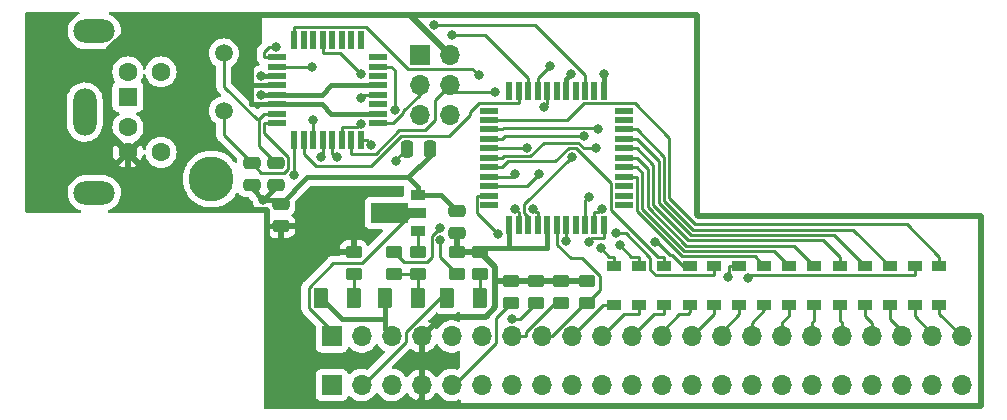
<source format=gbr>
%TF.GenerationSoftware,KiCad,Pcbnew,7.0.10*%
%TF.CreationDate,2024-06-09T02:47:37+01:00*%
%TF.ProjectId,Electron-PS2Slim,456c6563-7472-46f6-9e2d-505332536c69,rev?*%
%TF.SameCoordinates,Original*%
%TF.FileFunction,Copper,L1,Top*%
%TF.FilePolarity,Positive*%
%FSLAX46Y46*%
G04 Gerber Fmt 4.6, Leading zero omitted, Abs format (unit mm)*
G04 Created by KiCad (PCBNEW 7.0.10) date 2024-06-09 02:47:37*
%MOMM*%
%LPD*%
G01*
G04 APERTURE LIST*
G04 Aperture macros list*
%AMRoundRect*
0 Rectangle with rounded corners*
0 $1 Rounding radius*
0 $2 $3 $4 $5 $6 $7 $8 $9 X,Y pos of 4 corners*
0 Add a 4 corners polygon primitive as box body*
4,1,4,$2,$3,$4,$5,$6,$7,$8,$9,$2,$3,0*
0 Add four circle primitives for the rounded corners*
1,1,$1+$1,$2,$3*
1,1,$1+$1,$4,$5*
1,1,$1+$1,$6,$7*
1,1,$1+$1,$8,$9*
0 Add four rect primitives between the rounded corners*
20,1,$1+$1,$2,$3,$4,$5,0*
20,1,$1+$1,$4,$5,$6,$7,0*
20,1,$1+$1,$6,$7,$8,$9,0*
20,1,$1+$1,$8,$9,$2,$3,0*%
%AMFreePoly0*
4,1,9,3.862500,-0.866500,0.737500,-0.866500,0.737500,-0.450000,-0.737500,-0.450000,-0.737500,0.450000,0.737500,0.450000,0.737500,0.866500,3.862500,0.866500,3.862500,-0.866500,3.862500,-0.866500,$1*%
G04 Aperture macros list end*
%TA.AperFunction,SMDPad,CuDef*%
%ADD10R,1.200000X0.900000*%
%TD*%
%TA.AperFunction,SMDPad,CuDef*%
%ADD11R,1.300000X0.900000*%
%TD*%
%TA.AperFunction,SMDPad,CuDef*%
%ADD12FreePoly0,180.000000*%
%TD*%
%TA.AperFunction,ComponentPad*%
%ADD13C,3.800000*%
%TD*%
%TA.AperFunction,SMDPad,CuDef*%
%ADD14RoundRect,0.250000X-0.250000X-0.475000X0.250000X-0.475000X0.250000X0.475000X-0.250000X0.475000X0*%
%TD*%
%TA.AperFunction,SMDPad,CuDef*%
%ADD15RoundRect,0.250000X0.450000X-0.262500X0.450000X0.262500X-0.450000X0.262500X-0.450000X-0.262500X0*%
%TD*%
%TA.AperFunction,SMDPad,CuDef*%
%ADD16RoundRect,0.250000X-0.375000X-0.625000X0.375000X-0.625000X0.375000X0.625000X-0.375000X0.625000X0*%
%TD*%
%TA.AperFunction,SMDPad,CuDef*%
%ADD17R,1.500000X0.550000*%
%TD*%
%TA.AperFunction,SMDPad,CuDef*%
%ADD18R,0.550000X1.500000*%
%TD*%
%TA.AperFunction,SMDPad,CuDef*%
%ADD19RoundRect,0.250000X-0.475000X0.250000X-0.475000X-0.250000X0.475000X-0.250000X0.475000X0.250000X0*%
%TD*%
%TA.AperFunction,SMDPad,CuDef*%
%ADD20RoundRect,0.250000X-0.450000X0.262500X-0.450000X-0.262500X0.450000X-0.262500X0.450000X0.262500X0*%
%TD*%
%TA.AperFunction,SMDPad,CuDef*%
%ADD21R,1.600000X0.550000*%
%TD*%
%TA.AperFunction,SMDPad,CuDef*%
%ADD22R,0.550000X1.600000*%
%TD*%
%TA.AperFunction,ComponentPad*%
%ADD23R,1.700000X1.700000*%
%TD*%
%TA.AperFunction,ComponentPad*%
%ADD24O,1.700000X1.700000*%
%TD*%
%TA.AperFunction,ComponentPad*%
%ADD25R,1.600000X1.600000*%
%TD*%
%TA.AperFunction,ComponentPad*%
%ADD26C,1.600000*%
%TD*%
%TA.AperFunction,ComponentPad*%
%ADD27O,3.500000X2.000000*%
%TD*%
%TA.AperFunction,ComponentPad*%
%ADD28O,2.000000X4.000000*%
%TD*%
%TA.AperFunction,ComponentPad*%
%ADD29C,1.500000*%
%TD*%
%TA.AperFunction,ViaPad*%
%ADD30C,0.800000*%
%TD*%
%TA.AperFunction,Conductor*%
%ADD31C,0.400000*%
%TD*%
%TA.AperFunction,Conductor*%
%ADD32C,0.250000*%
%TD*%
%TA.AperFunction,Conductor*%
%ADD33C,0.500000*%
%TD*%
G04 APERTURE END LIST*
D10*
%TO.P,D6,1,K*%
%TO.N,/A8*%
X83275000Y-106875000D03*
%TO.P,D6,2,A*%
%TO.N,/COL5*%
X83275000Y-103575000D03*
%TD*%
D11*
%TO.P,Q1,1,B*%
%TO.N,Net-(Q1-B)*%
X56025000Y-100587500D03*
D12*
%TO.P,Q1,2,C*%
%TO.N,!RST*%
X55937500Y-99087500D03*
D11*
%TO.P,Q1,3,E*%
%TO.N,GND*%
X56025000Y-97587500D03*
%TD*%
D10*
%TO.P,D7,1,K*%
%TO.N,/A7*%
X85375000Y-106875000D03*
%TO.P,D7,2,A*%
%TO.N,/COL6*%
X85375000Y-103575000D03*
%TD*%
D13*
%TO.P,H9,1,1*%
%TO.N,GND*%
X38575000Y-96225000D03*
%TD*%
D14*
%TO.P,C802,1*%
%TO.N,Net-(IC800-AREF)*%
X55150000Y-93650000D03*
%TO.P,C802,2*%
%TO.N,GND*%
X57050000Y-93650000D03*
%TD*%
D15*
%TO.P,R18,1*%
%TO.N,Net-(D15-A)*%
X50625000Y-104250000D03*
%TO.P,R18,2*%
%TO.N,+5V*%
X50625000Y-102425000D03*
%TD*%
D10*
%TO.P,D9,1,K*%
%TO.N,/A5*%
X89625000Y-106875000D03*
%TO.P,D9,2,A*%
%TO.N,/COL8*%
X89625000Y-103575000D03*
%TD*%
D16*
%TO.P,D17,1,K*%
%TO.N,CAPSLOCK*%
X58535000Y-106287500D03*
%TO.P,D17,2,A*%
%TO.N,Net-(D17-A)*%
X61335000Y-106287500D03*
%TD*%
D10*
%TO.P,D8,1,K*%
%TO.N,/A6*%
X87500000Y-106875000D03*
%TO.P,D8,2,A*%
%TO.N,/COL7*%
X87500000Y-103575000D03*
%TD*%
D17*
%TO.P,IC803,1,N/C*%
%TO.N,unconnected-(IC803-N{slash}C-Pad1)*%
X73500000Y-98425000D03*
%TO.P,IC803,2,X14*%
%TO.N,/COL14*%
X73500000Y-97625000D03*
%TO.P,IC803,3,X15*%
%TO.N,/COL15*%
X73500000Y-96825000D03*
%TO.P,IC803,4,X6*%
%TO.N,/COL6*%
X73500000Y-96025000D03*
%TO.P,IC803,5,X7*%
%TO.N,/COL7*%
X73500000Y-95225000D03*
%TO.P,IC803,6,X8*%
%TO.N,/COL8*%
X73500000Y-94425000D03*
%TO.P,IC803,7,X9*%
%TO.N,/COL9*%
X73500000Y-93625000D03*
%TO.P,IC803,8,X10*%
%TO.N,/COL10*%
X73500000Y-92825000D03*
%TO.P,IC803,9,X11*%
%TO.N,/COL11*%
X73500000Y-92025000D03*
%TO.P,IC803,10,Y7*%
%TO.N,/ROW7*%
X73500000Y-91225000D03*
%TO.P,IC803,11,N/C*%
%TO.N,unconnected-(IC803-N{slash}C-Pad11)*%
X73500000Y-90425000D03*
D18*
%TO.P,IC803,12,VSS*%
%TO.N,GND*%
X71800000Y-88725000D03*
%TO.P,IC803,13,Y6*%
%TO.N,/ROW6*%
X71000000Y-88725000D03*
%TO.P,IC803,14,STROBE*%
%TO.N,MTSTROBE*%
X70200000Y-88725000D03*
%TO.P,IC803,15,Y5*%
%TO.N,/ROW5*%
X69400000Y-88725000D03*
%TO.P,IC803,16,VEE*%
%TO.N,GND*%
X68600000Y-88725000D03*
%TO.P,IC803,17,Y4*%
%TO.N,/ROW4*%
X67800000Y-88725000D03*
%TO.P,IC803,18,AX1*%
%TO.N,AX1*%
X67000000Y-88725000D03*
%TO.P,IC803,19,AX2*%
%TO.N,AX2*%
X66200000Y-88725000D03*
%TO.P,IC803,20,AY0*%
%TO.N,AY0*%
X65400000Y-88725000D03*
%TO.P,IC803,21,AY1*%
%TO.N,AY1*%
X64600000Y-88725000D03*
%TO.P,IC803,22,N/C*%
%TO.N,unconnected-(IC803-N{slash}C-Pad22)*%
X63800000Y-88725000D03*
D17*
%TO.P,IC803,23,N/C*%
%TO.N,unconnected-(IC803-N{slash}C-Pad23)*%
X62100000Y-90425000D03*
%TO.P,IC803,24,X13*%
%TO.N,/COL13*%
X62100000Y-91225000D03*
%TO.P,IC803,25,X12*%
%TO.N,/COL12*%
X62100000Y-92025000D03*
%TO.P,IC803,26,X5*%
%TO.N,/COL5*%
X62100000Y-92825000D03*
%TO.P,IC803,27,X4*%
%TO.N,/COL4*%
X62100000Y-93625000D03*
%TO.P,IC803,28,X3*%
%TO.N,/COL3*%
X62100000Y-94425000D03*
%TO.P,IC803,29,X2*%
%TO.N,/COL2*%
X62100000Y-95225000D03*
%TO.P,IC803,30,X1*%
%TO.N,/COL1*%
X62100000Y-96025000D03*
%TO.P,IC803,31,X0*%
%TO.N,/COL0*%
X62100000Y-96825000D03*
%TO.P,IC803,32,Y0*%
%TO.N,/ROW0*%
X62100000Y-97625000D03*
%TO.P,IC803,33,N/C*%
%TO.N,unconnected-(IC803-N{slash}C-Pad33)*%
X62100000Y-98425000D03*
D18*
%TO.P,IC803,34,CS*%
%TO.N,+5V*%
X63800000Y-100125000D03*
%TO.P,IC803,35,Y1*%
%TO.N,/ROW1*%
X64600000Y-100125000D03*
%TO.P,IC803,36,DATA*%
%TO.N,MTDATA*%
X65400000Y-100125000D03*
%TO.P,IC803,37,Y2*%
%TO.N,/ROW2*%
X66200000Y-100125000D03*
%TO.P,IC803,38,VCC*%
%TO.N,+5V*%
X67000000Y-100125000D03*
%TO.P,IC803,39,Y3*%
%TO.N,/ROW3*%
X67800000Y-100125000D03*
%TO.P,IC803,40,AY2*%
%TO.N,AY2*%
X68600000Y-100125000D03*
%TO.P,IC803,41,N/C*%
%TO.N,unconnected-(IC803-N{slash}C-Pad41)*%
X69400000Y-100125000D03*
%TO.P,IC803,42,RESET*%
%TO.N,ADSCK*%
X70200000Y-100125000D03*
%TO.P,IC803,43,AX3*%
%TO.N,ADMOSI*%
X71000000Y-100125000D03*
%TO.P,IC803,44,AX0*%
%TO.N,AX0*%
X71800000Y-100125000D03*
%TD*%
D19*
%TO.P,C806,1*%
%TO.N,GND*%
X59350000Y-98925000D03*
%TO.P,C806,2*%
%TO.N,+5V*%
X59350000Y-100825000D03*
%TD*%
D15*
%TO.P,R3,1*%
%TO.N,/ROW1*%
X66050000Y-106700000D03*
%TO.P,R3,2*%
%TO.N,+5V*%
X66050000Y-104875000D03*
%TD*%
%TO.P,R4,1*%
%TO.N,/ROW2*%
X68200000Y-106700000D03*
%TO.P,R4,2*%
%TO.N,+5V*%
X68200000Y-104875000D03*
%TD*%
D20*
%TO.P,R17,1*%
%TO.N,Net-(Q1-B)*%
X56025000Y-102425000D03*
%TO.P,R17,2*%
%TO.N,Net-(D16-A)*%
X56025000Y-104250000D03*
%TD*%
D10*
%TO.P,D14,1,K*%
%TO.N,/A4*%
X100200000Y-106875000D03*
%TO.P,D14,2,A*%
%TO.N,/COL13*%
X100200000Y-103575000D03*
%TD*%
D19*
%TO.P,C807,1*%
%TO.N,GND*%
X44450000Y-98300000D03*
%TO.P,C807,2*%
%TO.N,+5V*%
X44450000Y-100200000D03*
%TD*%
D10*
%TO.P,D3,1,K*%
%TO.N,/A11*%
X76925000Y-106875000D03*
%TO.P,D3,2,A*%
%TO.N,/COL2*%
X76925000Y-103575000D03*
%TD*%
D19*
%TO.P,C801,1*%
%TO.N,Net-(IC800-XTAL2{slash}PB7)*%
X41975000Y-94850000D03*
%TO.P,C801,2*%
%TO.N,GND*%
X41975000Y-96750000D03*
%TD*%
D10*
%TO.P,D5,1,K*%
%TO.N,/A9*%
X81150000Y-106875000D03*
%TO.P,D5,2,A*%
%TO.N,/COL4*%
X81150000Y-103575000D03*
%TD*%
D16*
%TO.P,D16,1,K*%
%TO.N,GND*%
X53225000Y-106287500D03*
%TO.P,D16,2,A*%
%TO.N,Net-(D16-A)*%
X56025000Y-106287500D03*
%TD*%
D21*
%TO.P,IC800,1,PD3*%
%TO.N,PS2-CLK*%
X44150000Y-85900000D03*
%TO.P,IC800,2,PD4*%
%TO.N,MTSTROBE*%
X44150000Y-86700000D03*
%TO.P,IC800,3,GND*%
%TO.N,GND*%
X44150000Y-87500000D03*
%TO.P,IC800,4,VCC*%
%TO.N,+5V*%
X44150000Y-88300000D03*
%TO.P,IC800,5,GND*%
%TO.N,GND*%
X44150000Y-89100000D03*
%TO.P,IC800,6,VCC*%
%TO.N,+5V*%
X44150000Y-89900000D03*
%TO.P,IC800,7,XTAL1/PB6*%
%TO.N,Net-(IC800-XTAL1{slash}PB6)*%
X44150000Y-90700000D03*
%TO.P,IC800,8,XTAL2/PB7*%
%TO.N,Net-(IC800-XTAL2{slash}PB7)*%
X44150000Y-91500000D03*
D22*
%TO.P,IC800,9,PD5*%
%TO.N,AY2*%
X45600000Y-92950000D03*
%TO.P,IC800,10,PD6*%
%TO.N,AY1*%
X46400000Y-92950000D03*
%TO.P,IC800,11,PD7*%
%TO.N,AY0*%
X47200000Y-92950000D03*
%TO.P,IC800,12,PB0*%
%TO.N,AX2*%
X48000000Y-92950000D03*
%TO.P,IC800,13,PB1*%
%TO.N,AX1*%
X48800000Y-92950000D03*
%TO.P,IC800,14,PB2*%
%TO.N,AX0*%
X49600000Y-92950000D03*
%TO.P,IC800,15,PB3*%
%TO.N,ADMOSI*%
X50400000Y-92950000D03*
%TO.P,IC800,16,PB4*%
%TO.N,ADMISO*%
X51200000Y-92950000D03*
D21*
%TO.P,IC800,17,PB5*%
%TO.N,ADSCK*%
X52650000Y-91500000D03*
%TO.P,IC800,18,AVCC*%
%TO.N,+5V*%
X52650000Y-90700000D03*
%TO.P,IC800,19,ADC6*%
%TO.N,/AA6*%
X52650000Y-89900000D03*
%TO.P,IC800,20,AREF*%
%TO.N,Net-(IC800-AREF)*%
X52650000Y-89100000D03*
%TO.P,IC800,21,GND*%
%TO.N,GND*%
X52650000Y-88300000D03*
%TO.P,IC800,22,ADC7*%
%TO.N,/AA7*%
X52650000Y-87500000D03*
%TO.P,IC800,23,PC0*%
%TO.N,BREAK*%
X52650000Y-86700000D03*
%TO.P,IC800,24,PC1*%
%TO.N,/AA1*%
X52650000Y-85900000D03*
D22*
%TO.P,IC800,25,PC2*%
%TO.N,/AA2*%
X51200000Y-84450000D03*
%TO.P,IC800,26,PC3*%
%TO.N,/AA3*%
X50400000Y-84450000D03*
%TO.P,IC800,27,PC4*%
%TO.N,/AA4*%
X49600000Y-84450000D03*
%TO.P,IC800,28,PC5*%
%TO.N,/AA5*%
X48800000Y-84450000D03*
%TO.P,IC800,29,~{RESET}/PC6*%
%TO.N,ADRESET*%
X48000000Y-84450000D03*
%TO.P,IC800,30,PD0*%
%TO.N,/AD0*%
X47200000Y-84450000D03*
%TO.P,IC800,31,PD1*%
%TO.N,/AD1*%
X46400000Y-84450000D03*
%TO.P,IC800,32,PD2*%
%TO.N,MTDATA*%
X45600000Y-84450000D03*
%TD*%
D19*
%TO.P,C800,1*%
%TO.N,Net-(IC800-XTAL1{slash}PB6)*%
X44025000Y-94850000D03*
%TO.P,C800,2*%
%TO.N,GND*%
X44025000Y-96750000D03*
%TD*%
D10*
%TO.P,D12,1,K*%
%TO.N,/A2*%
X96000000Y-106875000D03*
%TO.P,D12,2,A*%
%TO.N,/COL11*%
X96000000Y-103575000D03*
%TD*%
D23*
%TO.P,CP1,1,Pin_1*%
%TO.N,!RST*%
X48755000Y-113650000D03*
D24*
%TO.P,CP1,2,Pin_2*%
%TO.N,CAPSLOCK*%
X51295000Y-113650000D03*
%TO.P,CP1,3,Pin_3*%
%TO.N,GND*%
X53835000Y-113650000D03*
%TO.P,CP1,4,Pin_4*%
%TO.N,+5V*%
X56375000Y-113650000D03*
%TO.P,CP1,5,Pin_5*%
%TO.N,/ROW0*%
X58915000Y-113650000D03*
%TO.P,CP1,6,Pin_6*%
%TO.N,/ROW1*%
X61455000Y-113650000D03*
%TO.P,CP1,7,Pin_7*%
%TO.N,/ROW2*%
X63995000Y-113650000D03*
%TO.P,CP1,8,Pin_8*%
%TO.N,/ROW3*%
X66535000Y-113650000D03*
%TO.P,CP1,9,Pin_9*%
%TO.N,/A13*%
X69075000Y-113650000D03*
%TO.P,CP1,10,Pin_10*%
%TO.N,/A12*%
X71615000Y-113650000D03*
%TO.P,CP1,11,Pin_11*%
%TO.N,/A11*%
X74155000Y-113650000D03*
%TO.P,CP1,12,Pin_12*%
%TO.N,/A10*%
X76695000Y-113650000D03*
%TO.P,CP1,13,Pin_13*%
%TO.N,/A9*%
X79235000Y-113650000D03*
%TO.P,CP1,14,Pin_14*%
%TO.N,/A8*%
X81775000Y-113650000D03*
%TO.P,CP1,15,Pin_15*%
%TO.N,/A7*%
X84315000Y-113650000D03*
%TO.P,CP1,16,Pin_16*%
%TO.N,/A6*%
X86855000Y-113650000D03*
%TO.P,CP1,17,Pin_17*%
%TO.N,/A5*%
X89395000Y-113650000D03*
%TO.P,CP1,18,Pin_18*%
%TO.N,/A0*%
X91935000Y-113650000D03*
%TO.P,CP1,19,Pin_19*%
%TO.N,/A1*%
X94475000Y-113650000D03*
%TO.P,CP1,20,Pin_20*%
%TO.N,/A2*%
X97015000Y-113650000D03*
%TO.P,CP1,21,Pin_21*%
%TO.N,/A3*%
X99555000Y-113650000D03*
%TO.P,CP1,22,Pin_22*%
%TO.N,/A4*%
X102095000Y-113650000D03*
%TD*%
D20*
%TO.P,R804,1*%
%TO.N,+5V*%
X59350000Y-102425000D03*
%TO.P,R804,2*%
%TO.N,ADRESET*%
X59350000Y-104250000D03*
%TD*%
D15*
%TO.P,R16,1*%
%TO.N,Net-(D16-A)*%
X54050000Y-104250000D03*
%TO.P,R16,2*%
%TO.N,BREAK*%
X54050000Y-102425000D03*
%TD*%
%TO.P,R5,1*%
%TO.N,/ROW3*%
X70350000Y-106700000D03*
%TO.P,R5,2*%
%TO.N,+5V*%
X70350000Y-104875000D03*
%TD*%
%TO.P,R2,1*%
%TO.N,/ROW0*%
X63900000Y-106700000D03*
%TO.P,R2,2*%
%TO.N,+5V*%
X63900000Y-104875000D03*
%TD*%
D10*
%TO.P,D4,1,K*%
%TO.N,/A10*%
X79050000Y-106875000D03*
%TO.P,D4,2,A*%
%TO.N,/COL3*%
X79050000Y-103575000D03*
%TD*%
%TO.P,D13,1,K*%
%TO.N,/A3*%
X98100000Y-106875000D03*
%TO.P,D13,2,A*%
%TO.N,/COL12*%
X98100000Y-103575000D03*
%TD*%
%TO.P,D10,1,K*%
%TO.N,/A0*%
X91750000Y-106875000D03*
%TO.P,D10,2,A*%
%TO.N,/COL9*%
X91750000Y-103575000D03*
%TD*%
D23*
%TO.P,CP2,1,Pin_1*%
%TO.N,!RST*%
X48755000Y-109550000D03*
D24*
%TO.P,CP2,2,Pin_2*%
%TO.N,CAPSLOCK*%
X51295000Y-109550000D03*
%TO.P,CP2,3,Pin_3*%
%TO.N,GND*%
X53835000Y-109550000D03*
%TO.P,CP2,4,Pin_4*%
%TO.N,+5V*%
X56375000Y-109550000D03*
%TO.P,CP2,5,Pin_5*%
%TO.N,/ROW0*%
X58915000Y-109550000D03*
%TO.P,CP2,6,Pin_6*%
%TO.N,/ROW1*%
X61455000Y-109550000D03*
%TO.P,CP2,7,Pin_7*%
%TO.N,/ROW2*%
X63995000Y-109550000D03*
%TO.P,CP2,8,Pin_8*%
%TO.N,/ROW3*%
X66535000Y-109550000D03*
%TO.P,CP2,9,Pin_9*%
%TO.N,/A13*%
X69075000Y-109550000D03*
%TO.P,CP2,10,Pin_10*%
%TO.N,/A12*%
X71615000Y-109550000D03*
%TO.P,CP2,11,Pin_11*%
%TO.N,/A11*%
X74155000Y-109550000D03*
%TO.P,CP2,12,Pin_12*%
%TO.N,/A10*%
X76695000Y-109550000D03*
%TO.P,CP2,13,Pin_13*%
%TO.N,/A9*%
X79235000Y-109550000D03*
%TO.P,CP2,14,Pin_14*%
%TO.N,/A8*%
X81775000Y-109550000D03*
%TO.P,CP2,15,Pin_15*%
%TO.N,/A7*%
X84315000Y-109550000D03*
%TO.P,CP2,16,Pin_16*%
%TO.N,/A6*%
X86855000Y-109550000D03*
%TO.P,CP2,17,Pin_17*%
%TO.N,/A5*%
X89395000Y-109550000D03*
%TO.P,CP2,18,Pin_18*%
%TO.N,/A0*%
X91935000Y-109550000D03*
%TO.P,CP2,19,Pin_19*%
%TO.N,/A1*%
X94475000Y-109550000D03*
%TO.P,CP2,20,Pin_20*%
%TO.N,/A2*%
X97015000Y-109550000D03*
%TO.P,CP2,21,Pin_21*%
%TO.N,/A3*%
X99555000Y-109550000D03*
%TO.P,CP2,22,Pin_22*%
%TO.N,/A4*%
X102095000Y-109550000D03*
%TD*%
D16*
%TO.P,D15,1,K*%
%TO.N,GND*%
X47810000Y-106287500D03*
%TO.P,D15,2,A*%
%TO.N,Net-(D15-A)*%
X50610000Y-106287500D03*
%TD*%
D10*
%TO.P,D11,1,K*%
%TO.N,/A1*%
X93875000Y-106875000D03*
%TO.P,D11,2,A*%
%TO.N,/COL10*%
X93875000Y-103575000D03*
%TD*%
D15*
%TO.P,R19,1*%
%TO.N,Net-(D17-A)*%
X61325000Y-104250000D03*
%TO.P,R19,2*%
%TO.N,+5V*%
X61325000Y-102425000D03*
%TD*%
D23*
%TO.P,J800,1,Pin_1*%
%TO.N,ADMISO*%
X56200000Y-85700000D03*
D24*
%TO.P,J800,2,Pin_2*%
%TO.N,+5V*%
X58740000Y-85700000D03*
%TO.P,J800,3,Pin_3*%
%TO.N,ADSCK*%
X56200000Y-88240000D03*
%TO.P,J800,4,Pin_4*%
%TO.N,ADMOSI*%
X58740000Y-88240000D03*
%TO.P,J800,5,Pin_5*%
%TO.N,ADRESET*%
X56200000Y-90780000D03*
%TO.P,J800,6,Pin_6*%
%TO.N,GND*%
X58740000Y-90780000D03*
%TD*%
D10*
%TO.P,D2,1,K*%
%TO.N,/A12*%
X74800000Y-106875000D03*
%TO.P,D2,2,A*%
%TO.N,/COL1*%
X74800000Y-103575000D03*
%TD*%
%TO.P,D1,1,K*%
%TO.N,/A13*%
X72675000Y-106875000D03*
%TO.P,D1,2,A*%
%TO.N,/COL0*%
X72675000Y-103575000D03*
%TD*%
D25*
%TO.P,J804,1*%
%TO.N,ADMISO*%
X31500000Y-89250000D03*
D26*
%TO.P,J804,2*%
%TO.N,unconnected-(J804-Pad2)*%
X31500000Y-91850000D03*
%TO.P,J804,3*%
%TO.N,GND*%
X31500000Y-87150000D03*
%TO.P,J804,4*%
%TO.N,+5V*%
X31500000Y-93950000D03*
%TO.P,J804,5*%
%TO.N,PS2-CLK*%
X34300000Y-87150000D03*
%TO.P,J804,6*%
%TO.N,unconnected-(J804-Pad6)*%
X34300000Y-93950000D03*
D27*
%TO.P,J804,7*%
%TO.N,GND*%
X28650000Y-97400000D03*
D28*
X27850000Y-90550000D03*
D27*
X28650000Y-83700000D03*
%TD*%
D29*
%TO.P,Y800,1,1*%
%TO.N,Net-(IC800-XTAL1{slash}PB6)*%
X39625000Y-85575000D03*
%TO.P,Y800,2,2*%
%TO.N,Net-(IC800-XTAL2{slash}PB7)*%
X39625000Y-90455000D03*
%TD*%
D30*
%TO.N,GND*%
X69050000Y-87325000D03*
X42750000Y-89099500D03*
X42749500Y-87500000D03*
X42950000Y-97975500D03*
X71775000Y-87325000D03*
%TO.N,PS2-CLK*%
X44062500Y-85003900D03*
%TO.N,Net-(IC800-AREF)*%
X54235800Y-94684800D03*
X51227400Y-89397500D03*
%TO.N,/ROW0*%
X62800500Y-100889300D03*
%TO.N,AY2*%
X68600000Y-101499000D03*
X45600000Y-95882700D03*
%TO.N,/ROW1*%
X64270800Y-98744200D03*
X63988500Y-108041800D03*
%TO.N,/ROW2*%
X65791600Y-98770100D03*
%TO.N,AX0*%
X51226100Y-91525000D03*
X70515100Y-101509400D03*
%TO.N,AX1*%
X49214500Y-94355300D03*
X66686900Y-90094000D03*
%TO.N,AX2*%
X67200000Y-86675000D03*
X47858000Y-94375200D03*
%TO.N,AY0*%
X47189200Y-91219800D03*
X58962700Y-84018300D03*
%TO.N,/COL0*%
X71515300Y-102048900D03*
X66282300Y-95788600D03*
%TO.N,/COL1*%
X64309700Y-95814200D03*
X73136300Y-101841600D03*
%TO.N,/COL3*%
X71110600Y-93615900D03*
X76152599Y-101547401D03*
%TO.N,/COL4*%
X65253900Y-93559000D03*
X72822800Y-100824200D03*
%TO.N,/COL5*%
X70121900Y-92600100D03*
X82286800Y-104520400D03*
%TO.N,BREAK*%
X57956400Y-100349900D03*
X54098800Y-90350200D03*
%TO.N,/COL12*%
X71280200Y-92025000D03*
X84012800Y-104629300D03*
%TO.N,MTSTROBE*%
X47112900Y-86700000D03*
X57419300Y-83167700D03*
%TO.N,ADMOSI*%
X62608800Y-88827500D03*
X71645100Y-98744900D03*
%TO.N,ADMISO*%
X52075800Y-93322600D03*
%TO.N,ADSCK*%
X70500700Y-97727200D03*
%TO.N,ADRESET*%
X57931100Y-101350100D03*
X51219300Y-87357000D03*
%TO.N,MTDATA*%
X69121000Y-94314100D03*
X61200000Y-87450000D03*
%TD*%
D31*
%TO.N,GND*%
X55225000Y-96075000D02*
X57050000Y-94250000D01*
X56025000Y-97587500D02*
X58012500Y-97587500D01*
X53225000Y-108075000D02*
X53225000Y-108940000D01*
X69050000Y-87325000D02*
X68600000Y-87775000D01*
X44149500Y-89099500D02*
X44150000Y-89100000D01*
X44450000Y-98300000D02*
X46675000Y-96075000D01*
X71775000Y-87325000D02*
X71775000Y-88700000D01*
X44150000Y-89100000D02*
X47900000Y-89100000D01*
X53225000Y-108940000D02*
X53835000Y-109550000D01*
X58012500Y-97587500D02*
X59350000Y-98925000D01*
X47900000Y-89100000D02*
X48700000Y-88300000D01*
D32*
X47810000Y-106287500D02*
X47810000Y-106288000D01*
D31*
X56025000Y-96875000D02*
X56025000Y-97587500D01*
D32*
X53225000Y-106288000D02*
X53225000Y-106287500D01*
D31*
X44450000Y-98300000D02*
X44125500Y-97975500D01*
X44025000Y-96750000D02*
X44025000Y-96900500D01*
X44025000Y-96900500D02*
X42950000Y-97975500D01*
X46675000Y-96075000D02*
X55225000Y-96075000D01*
X41975000Y-96750000D02*
X41975000Y-97000500D01*
X41975000Y-97000500D02*
X42950000Y-97975500D01*
X71775000Y-88700000D02*
X71800000Y-88725000D01*
X42750000Y-89099500D02*
X44149500Y-89099500D01*
X48700000Y-88300000D02*
X52650000Y-88300000D01*
X55225000Y-96075000D02*
X56025000Y-96875000D01*
X47810000Y-106288000D02*
X49597500Y-108075000D01*
X49597500Y-108075000D02*
X53225000Y-108075000D01*
X68600000Y-87775000D02*
X68600000Y-88725000D01*
X42749500Y-87500000D02*
X44150000Y-87500000D01*
X53225000Y-106288000D02*
X53225000Y-108075000D01*
X57050000Y-94250000D02*
X57050000Y-93650000D01*
X44125500Y-97975500D02*
X42950000Y-97975500D01*
D33*
%TO.N,+5V*%
X29825000Y-85325600D02*
X32850600Y-82300000D01*
D31*
X50625000Y-102425000D02*
X43375000Y-102425000D01*
D33*
X58050000Y-107875000D02*
X61775000Y-107875000D01*
X56375000Y-114852000D02*
X56375000Y-113650000D01*
X31500000Y-93950000D02*
X29825000Y-92275000D01*
D31*
X48700000Y-90700000D02*
X52650000Y-90700000D01*
X44150000Y-89900000D02*
X41950000Y-89900000D01*
X44150000Y-89900000D02*
X47900000Y-89900000D01*
D33*
X79675000Y-82325000D02*
X79675000Y-99275000D01*
X55340000Y-82300000D02*
X58740000Y-85700000D01*
X56375000Y-109550000D02*
X56375000Y-113650000D01*
X62600000Y-107050000D02*
X62600000Y-104825000D01*
D32*
X66050000Y-104829600D02*
X66050000Y-104875000D01*
D33*
X43250000Y-102500000D02*
X43250000Y-115200000D01*
D31*
X44150000Y-88300000D02*
X42075000Y-88300000D01*
X63800000Y-100125000D02*
X63800000Y-102075000D01*
X47900000Y-89900000D02*
X48700000Y-90700000D01*
X44450000Y-100200000D02*
X43250000Y-100200000D01*
D33*
X31500000Y-97575000D02*
X31500000Y-93950000D01*
D32*
X68200000Y-104825000D02*
X68200000Y-104875000D01*
D31*
X63775000Y-102100000D02*
X61650000Y-102100000D01*
D33*
X59350000Y-102425000D02*
X59350000Y-100825000D01*
X43350000Y-102400000D02*
X43250000Y-102500000D01*
X43450000Y-115400000D02*
X55827100Y-115400000D01*
D32*
X66045400Y-104825000D02*
X66050000Y-104829600D01*
D33*
X79675000Y-99275000D02*
X79725000Y-99325000D01*
X43250000Y-115200000D02*
X43450000Y-115400000D01*
D31*
X42075000Y-88300000D02*
X41950000Y-88425000D01*
X41950000Y-88425000D02*
X41950000Y-82300000D01*
D33*
X29825000Y-92275000D02*
X29825000Y-85325600D01*
X63890800Y-104825000D02*
X66045400Y-104825000D01*
X43200000Y-98825000D02*
X32750000Y-98825000D01*
X103700000Y-99325000D02*
X103700000Y-115400000D01*
X55827100Y-115400000D02*
X56375000Y-114852000D01*
X103700000Y-115400000D02*
X55827100Y-115400000D01*
X54000000Y-82300000D02*
X79650000Y-82300000D01*
X41950000Y-82300000D02*
X54000000Y-82300000D01*
X43250000Y-98875000D02*
X43200000Y-98825000D01*
X43250000Y-100200000D02*
X43250000Y-98875000D01*
X54000000Y-82300000D02*
X55340000Y-82300000D01*
X32750000Y-98825000D02*
X31500000Y-97575000D01*
X70300000Y-104825000D02*
X70350000Y-104875000D01*
X79650000Y-82300000D02*
X79675000Y-82325000D01*
X61325000Y-102425000D02*
X59350000Y-102425000D01*
X79725000Y-99325000D02*
X103700000Y-99325000D01*
X61775000Y-107875000D02*
X62600000Y-107050000D01*
D31*
X43375000Y-102425000D02*
X43350000Y-102400000D01*
D33*
X66045400Y-104825000D02*
X68200000Y-104825000D01*
X56375000Y-109550000D02*
X58050000Y-107875000D01*
X43250000Y-102300000D02*
X43250000Y-100200000D01*
X62600000Y-104825000D02*
X62600000Y-103700000D01*
X43350000Y-102400000D02*
X43250000Y-102300000D01*
X68200000Y-104825000D02*
X70300000Y-104825000D01*
X62600000Y-104825000D02*
X63890800Y-104825000D01*
D31*
X41950000Y-89900000D02*
X41950000Y-88425000D01*
X63800000Y-102075000D02*
X63775000Y-102100000D01*
D32*
X63890800Y-104825000D02*
X63900000Y-104834200D01*
D33*
X62600000Y-103700000D02*
X61325000Y-102425000D01*
D31*
X67000000Y-100125000D02*
X67000000Y-102100000D01*
X67000000Y-102100000D02*
X63775000Y-102100000D01*
D33*
X32850600Y-82300000D02*
X41950000Y-82300000D01*
D32*
X63900000Y-104834200D02*
X63900000Y-104875000D01*
D31*
X61650000Y-102100000D02*
X61325000Y-102425000D01*
D32*
%TO.N,CAPSLOCK*%
X57914100Y-106287500D02*
X58535000Y-106287500D01*
X55010000Y-110036701D02*
X55010000Y-109191600D01*
X55010000Y-109191600D02*
X57914100Y-106287500D01*
X51396701Y-113650000D02*
X55010000Y-110036701D01*
%TO.N,/A13*%
X69074900Y-109550000D02*
X71749900Y-106875000D01*
X69075000Y-109550000D02*
X69074900Y-109550000D01*
X71749900Y-106875000D02*
X72675000Y-106875000D01*
%TO.N,/A12*%
X73514900Y-107650100D02*
X74800000Y-107650100D01*
X71615000Y-109550000D02*
X73514900Y-107650100D01*
X74800000Y-107650100D02*
X74800000Y-106875000D01*
%TO.N,/A11*%
X76925000Y-107650100D02*
X76925000Y-106875000D01*
X74155000Y-109550000D02*
X74168200Y-109550000D01*
X76068100Y-107650100D02*
X76925000Y-107650100D01*
X74168200Y-109550000D02*
X76068100Y-107650100D01*
%TO.N,/A10*%
X76695000Y-109131400D02*
X78181200Y-107645200D01*
X79050000Y-107513000D02*
X79050000Y-106875000D01*
X78917800Y-107645200D02*
X79050000Y-107513000D01*
X76695000Y-109550000D02*
X76695000Y-109131400D01*
X78181200Y-107645200D02*
X78917800Y-107645200D01*
%TO.N,/A9*%
X79250100Y-109550000D02*
X81150000Y-107650100D01*
X79235000Y-109550000D02*
X79250100Y-109550000D01*
X81150000Y-107650100D02*
X81150000Y-106875000D01*
%TO.N,Net-(IC800-XTAL1{slash}PB6)*%
X39625000Y-88385500D02*
X39625000Y-85575000D01*
X42573700Y-93398700D02*
X42573700Y-91151200D01*
X42390700Y-91151200D02*
X39625000Y-88385500D01*
X44025000Y-94850000D02*
X42573700Y-93398700D01*
X42573700Y-91151200D02*
X43024900Y-90700000D01*
X44150000Y-90700000D02*
X43024900Y-90700000D01*
X42573700Y-91151200D02*
X42390700Y-91151200D01*
%TO.N,Net-(IC800-XTAL2{slash}PB7)*%
X45076100Y-94361600D02*
X45076100Y-95338400D01*
X39625000Y-92500000D02*
X41975000Y-94850000D01*
X39625000Y-90455000D02*
X39625000Y-92500000D01*
X44150000Y-91500000D02*
X43024900Y-91500000D01*
X43024900Y-92310400D02*
X45076100Y-94361600D01*
X43024900Y-91500000D02*
X43024900Y-92310400D01*
X42801100Y-95676100D02*
X41975000Y-94850000D01*
X45076100Y-95338400D02*
X44738400Y-95676100D01*
X44738400Y-95676100D02*
X42801100Y-95676100D01*
%TO.N,PS2-CLK*%
X44150000Y-85900000D02*
X43024900Y-85900000D01*
X43472900Y-85003900D02*
X44062500Y-85003900D01*
X43024900Y-85900000D02*
X43024900Y-85451900D01*
X43024900Y-85451900D02*
X43472900Y-85003900D01*
%TO.N,Net-(IC800-AREF)*%
X52650000Y-89100000D02*
X51524900Y-89100000D01*
X54235800Y-94564200D02*
X54235800Y-94684800D01*
X55150000Y-93650000D02*
X54235800Y-94564200D01*
X51524900Y-89100000D02*
X51227400Y-89397500D01*
%TO.N,/ROW0*%
X62630100Y-110085400D02*
X62630100Y-107969900D01*
X61024900Y-99113700D02*
X61024900Y-97625000D01*
X62100000Y-97625000D02*
X61024900Y-97625000D01*
X62630100Y-107969900D02*
X63900000Y-106700000D01*
X58915000Y-113650000D02*
X59065500Y-113650000D01*
X60505000Y-112210500D02*
X62630100Y-110085400D01*
X59065500Y-113650000D02*
X60505000Y-112210500D01*
X62800500Y-100889300D02*
X61024900Y-99113700D01*
%TO.N,AY2*%
X45600000Y-92950000D02*
X45600000Y-95882700D01*
X68600000Y-100125000D02*
X68600000Y-101499000D01*
%TO.N,/ROW1*%
X64708200Y-108041800D02*
X66050000Y-106700000D01*
X64576500Y-99049900D02*
X64600000Y-99049900D01*
X64600000Y-100125000D02*
X64600000Y-99049900D01*
X64270800Y-98744200D02*
X64576500Y-99049900D01*
X63988500Y-108041800D02*
X64708200Y-108041800D01*
%TO.N,/ROW2*%
X65170100Y-109184700D02*
X65170100Y-109550000D01*
X68200000Y-106700000D02*
X67654800Y-106700000D01*
X66200000Y-99049900D02*
X66071400Y-99049900D01*
X66071400Y-99049900D02*
X65791600Y-98770100D01*
X63995000Y-109550000D02*
X65170100Y-109550000D01*
X66200000Y-100125000D02*
X66200000Y-99049900D01*
X67654800Y-106700000D02*
X65170100Y-109184700D01*
%TO.N,AX0*%
X71800000Y-101200100D02*
X70824400Y-101200100D01*
X49600000Y-91824900D02*
X50926200Y-91824900D01*
X49600000Y-92950000D02*
X49600000Y-91824900D01*
X50926200Y-91824900D02*
X51226100Y-91525000D01*
X70824400Y-101200100D02*
X70515100Y-101509400D01*
X71800000Y-100125000D02*
X71800000Y-101200100D01*
%TO.N,/A8*%
X83275000Y-107650100D02*
X83275000Y-106875000D01*
X81775000Y-109150100D02*
X83275000Y-107650100D01*
X81775000Y-109550000D02*
X81775000Y-109150100D01*
%TO.N,/ROW3*%
X69969400Y-102944600D02*
X71427300Y-104402500D01*
X66535000Y-109550000D02*
X67379300Y-109550000D01*
X68977900Y-102944600D02*
X69969400Y-102944600D01*
X70229300Y-106700000D02*
X70350000Y-106700000D01*
X67379300Y-109550000D02*
X70229300Y-106700000D01*
X67800000Y-101200100D02*
X67800000Y-101766700D01*
X67800000Y-101766700D02*
X68977900Y-102944600D01*
X71427300Y-105622700D02*
X70350000Y-106700000D01*
X71427300Y-104402500D02*
X71427300Y-105622700D01*
X67800000Y-100125000D02*
X67800000Y-101200100D01*
%TO.N,AX1*%
X48800000Y-94075100D02*
X48934300Y-94075100D01*
X66686900Y-90094000D02*
X66980800Y-89800100D01*
X48934300Y-94075100D02*
X49214500Y-94355300D01*
X48800000Y-92950000D02*
X48800000Y-94075100D01*
X67000000Y-88725000D02*
X67000000Y-89800100D01*
X66980800Y-89800100D02*
X67000000Y-89800100D01*
%TO.N,AX2*%
X66200000Y-87649900D02*
X66200000Y-88725000D01*
X47858000Y-94217100D02*
X47858000Y-94375200D01*
X48000000Y-92950000D02*
X48000000Y-94075100D01*
X67200000Y-86675000D02*
X66225100Y-87649900D01*
X48000000Y-94075100D02*
X47858000Y-94217100D01*
X66225100Y-87649900D02*
X66200000Y-87649900D01*
%TO.N,AY0*%
X47200000Y-92950000D02*
X47200000Y-91824900D01*
X47200000Y-91824900D02*
X47189200Y-91814100D01*
X61768400Y-84018300D02*
X65400000Y-87649900D01*
X58962700Y-84018300D02*
X61768400Y-84018300D01*
X65400000Y-88725000D02*
X65400000Y-87649900D01*
X47189200Y-91814100D02*
X47189200Y-91219800D01*
%TO.N,AY1*%
X47444500Y-95119600D02*
X52053800Y-95119600D01*
X54584800Y-92588600D02*
X58681400Y-92588600D01*
X46400000Y-92950000D02*
X46400000Y-94075100D01*
X52053800Y-95119600D02*
X54584800Y-92588600D01*
X61226000Y-89800100D02*
X64600000Y-89800100D01*
X60470000Y-90800000D02*
X60470000Y-90556100D01*
X64600000Y-88725000D02*
X64600000Y-89800100D01*
X58681400Y-92588600D02*
X60470000Y-90800000D01*
X46400000Y-94075100D02*
X47444500Y-95119600D01*
X60470000Y-90556100D02*
X61226000Y-89800100D01*
%TO.N,/A7*%
X85375000Y-106875000D02*
X85375000Y-107314900D01*
X85375000Y-107314900D02*
X84315000Y-108374900D01*
X84315000Y-108374900D02*
X84315000Y-109550000D01*
%TO.N,/COL0*%
X72675000Y-103575000D02*
X72675000Y-102799900D01*
X65245900Y-96825000D02*
X66282300Y-95788600D01*
X72266300Y-102799900D02*
X71515300Y-102048900D01*
X63175100Y-96825000D02*
X65245900Y-96825000D01*
X62100000Y-96825000D02*
X63175100Y-96825000D01*
X72675000Y-102799900D02*
X72266300Y-102799900D01*
%TO.N,/A6*%
X87500000Y-107729900D02*
X87500000Y-106875000D01*
X86855000Y-109550000D02*
X86855000Y-108374900D01*
X86855000Y-108374900D02*
X87500000Y-107729900D01*
%TO.N,/A5*%
X89395000Y-109550000D02*
X89395000Y-108374900D01*
X89395000Y-108374900D02*
X89625000Y-108144900D01*
X89625000Y-108144900D02*
X89625000Y-106875000D01*
%TO.N,/A0*%
X91935000Y-108374900D02*
X91750000Y-108189900D01*
X91750000Y-108189900D02*
X91750000Y-106875000D01*
X91935000Y-109550000D02*
X91935000Y-108374900D01*
%TO.N,/A1*%
X93875000Y-107774900D02*
X93875000Y-106875000D01*
X94475000Y-108374900D02*
X93875000Y-107774900D01*
X94475000Y-109550000D02*
X94475000Y-108374900D01*
%TO.N,/A2*%
X97015000Y-109550000D02*
X97015000Y-109065000D01*
X97015000Y-109065000D02*
X96000000Y-108050000D01*
X96000000Y-108050000D02*
X96000000Y-106875000D01*
%TO.N,/A3*%
X98100000Y-107850000D02*
X98100000Y-106875000D01*
X99555000Y-109305000D02*
X98100000Y-107850000D01*
X99555000Y-109550000D02*
X99555000Y-109305000D01*
%TO.N,/A4*%
X102095000Y-109550000D02*
X102095000Y-109545100D01*
X100200000Y-107650100D02*
X100200000Y-106875000D01*
X102095000Y-109545100D02*
X100200000Y-107650100D01*
%TO.N,Net-(D15-A)*%
X50625000Y-106272500D02*
X50625000Y-104250000D01*
X50610000Y-106287500D02*
X50625000Y-106272500D01*
%TO.N,Net-(D16-A)*%
X56025000Y-106287500D02*
X56025000Y-104250000D01*
X56025000Y-104250000D02*
X54050000Y-104250000D01*
%TO.N,Net-(D17-A)*%
X61325000Y-106277500D02*
X61325000Y-104250000D01*
X61335000Y-106287500D02*
X61325000Y-106277500D01*
%TO.N,/COL1*%
X74800000Y-102799900D02*
X74094600Y-102799900D01*
X74094600Y-102799900D02*
X73136300Y-101841600D01*
X74800000Y-103575000D02*
X74800000Y-102799900D01*
X62100000Y-96025000D02*
X64098900Y-96025000D01*
X64098900Y-96025000D02*
X64309700Y-95814200D01*
%TO.N,/COL2*%
X76380500Y-102799900D02*
X72415600Y-98835000D01*
X72415600Y-96583200D02*
X69421400Y-93589000D01*
X62100000Y-95225000D02*
X63175100Y-95225000D01*
X67675500Y-94734200D02*
X63665900Y-94734200D01*
X72415600Y-98835000D02*
X72415600Y-96583200D01*
X76925000Y-102799900D02*
X76380500Y-102799900D01*
X63665900Y-94734200D02*
X63175100Y-95225000D01*
X68820700Y-93589000D02*
X67675500Y-94734200D01*
X69421400Y-93589000D02*
X68820700Y-93589000D01*
X76925000Y-103575000D02*
X76925000Y-102799900D01*
%TO.N,!RST*%
X55560600Y-99087500D02*
X55937500Y-99087500D01*
X46814800Y-107169100D02*
X46814800Y-105408600D01*
X48885900Y-103337500D02*
X51310600Y-103337500D01*
X48755000Y-109109300D02*
X46814800Y-107169100D01*
X48755000Y-109550000D02*
X48755000Y-109109300D01*
X51310600Y-103337500D02*
X55560600Y-99087500D01*
X46814800Y-105408600D02*
X48885900Y-103337500D01*
%TO.N,/COL3*%
X78525000Y-103575000D02*
X79050000Y-103575000D01*
X63316000Y-94284100D02*
X63175100Y-94425000D01*
X76152599Y-101547401D02*
X76308897Y-101547401D01*
X70084900Y-93615900D02*
X69607900Y-93138900D01*
X66699500Y-93138900D02*
X65554300Y-94284100D01*
X77563504Y-102613504D02*
X78525000Y-103575000D01*
X62100000Y-94425000D02*
X63175100Y-94425000D01*
X76308897Y-101547401D02*
X77375000Y-102613504D01*
X71110600Y-93615900D02*
X70084900Y-93615900D01*
X77375000Y-102613504D02*
X77563504Y-102613504D01*
X65554300Y-94284100D02*
X63316000Y-94284100D01*
X69607900Y-93138900D02*
X66699500Y-93138900D01*
%TO.N,/COL4*%
X62100000Y-93625000D02*
X63175100Y-93625000D01*
X81150000Y-103575000D02*
X81150000Y-104350100D01*
X75743700Y-102937100D02*
X73630800Y-100824200D01*
X75743700Y-103903400D02*
X75743700Y-102937100D01*
X73630800Y-100824200D02*
X72822800Y-100824200D01*
X81150000Y-104350100D02*
X76190400Y-104350100D01*
X76190400Y-104350100D02*
X75743700Y-103903400D01*
X63241100Y-93559000D02*
X63175100Y-93625000D01*
X65253900Y-93559000D02*
X63241100Y-93559000D01*
%TO.N,/COL5*%
X70121900Y-92600100D02*
X63400000Y-92600100D01*
X82349900Y-103575000D02*
X82349900Y-104457300D01*
X62100000Y-92825000D02*
X63175100Y-92825000D01*
X82349900Y-104457300D02*
X82286800Y-104520400D01*
X63400000Y-92600100D02*
X63175100Y-92825000D01*
X83275000Y-103575000D02*
X82349900Y-103575000D01*
%TO.N,Net-(Q1-B)*%
X56025000Y-100587500D02*
X56025000Y-102425000D01*
%TO.N,BREAK*%
X54098800Y-90350200D02*
X54098800Y-87023700D01*
X57905900Y-100349900D02*
X57956400Y-100349900D01*
X54888700Y-103263700D02*
X56780800Y-103263700D01*
X54098800Y-87023700D02*
X53775100Y-86700000D01*
X54050000Y-102425000D02*
X54888700Y-103263700D01*
X56780800Y-103263700D02*
X57206000Y-102838500D01*
X57206000Y-101049800D02*
X57905900Y-100349900D01*
X57206000Y-102838500D02*
X57206000Y-101049800D01*
X52650000Y-86700000D02*
X53775100Y-86700000D01*
%TO.N,/COL6*%
X84550000Y-102750000D02*
X85375000Y-103575000D01*
X74575100Y-98299900D02*
X74575000Y-98300000D01*
X74575000Y-98925000D02*
X78400000Y-102750000D01*
X74575000Y-98300000D02*
X74575000Y-98925000D01*
X73500000Y-96025000D02*
X74575100Y-96025000D01*
X78400000Y-102750000D02*
X84550000Y-102750000D01*
X74575100Y-96025000D02*
X74575100Y-98299900D01*
%TO.N,/COL7*%
X78586396Y-102300000D02*
X86225000Y-102300000D01*
X86225000Y-102300000D02*
X87500000Y-103575000D01*
X75025000Y-95674900D02*
X75025000Y-98738604D01*
X75025000Y-98738604D02*
X78586396Y-102300000D01*
X73500000Y-95225000D02*
X74575100Y-95225000D01*
X74575100Y-95225000D02*
X75025000Y-95674900D01*
%TO.N,/COL8*%
X87900000Y-101850000D02*
X89625000Y-103575000D01*
X75525000Y-98602208D02*
X78772792Y-101850000D01*
X74575100Y-94425000D02*
X75525000Y-95374900D01*
X78772792Y-101850000D02*
X87900000Y-101850000D01*
X73500000Y-94425000D02*
X74575100Y-94425000D01*
X75525000Y-95374900D02*
X75525000Y-98602208D01*
%TO.N,/COL9*%
X90350100Y-101400000D02*
X78959188Y-101400000D01*
X75975000Y-95024900D02*
X74575100Y-93625000D01*
X74575100Y-93625000D02*
X73500000Y-93625000D01*
X78959188Y-101400000D02*
X75975000Y-98415812D01*
X91750000Y-103575000D02*
X91750000Y-102799900D01*
X75975000Y-98415812D02*
X75975000Y-95024900D01*
X91750000Y-102799900D02*
X90350100Y-101400000D01*
%TO.N,/COL10*%
X91250000Y-100950000D02*
X93875000Y-103575000D01*
X76425000Y-94674900D02*
X76425000Y-98229416D01*
X74575100Y-92825000D02*
X76425000Y-94674900D01*
X73500000Y-92825000D02*
X74575100Y-92825000D01*
X79145584Y-100950000D02*
X91250000Y-100950000D01*
X76425000Y-98229416D02*
X79145584Y-100950000D01*
%TO.N,/COL11*%
X74575100Y-92025000D02*
X76875000Y-94324900D01*
X79331980Y-100500000D02*
X92925000Y-100500000D01*
X73500000Y-92025000D02*
X74575100Y-92025000D01*
X92925000Y-100500000D02*
X96000000Y-103575000D01*
X76875000Y-94324900D02*
X76875000Y-98043020D01*
X76875000Y-98043020D02*
X79331980Y-100500000D01*
%TO.N,/COL12*%
X98100000Y-103575000D02*
X98100000Y-104350100D01*
X62100000Y-92025000D02*
X63175100Y-92025000D01*
X84292000Y-104350100D02*
X84012800Y-104629300D01*
X71280200Y-92025000D02*
X71130200Y-91875000D01*
X71130200Y-91875000D02*
X63325100Y-91875000D01*
X98100000Y-104350100D02*
X84292000Y-104350100D01*
X63325100Y-91875000D02*
X63175100Y-92025000D01*
%TO.N,/COL13*%
X77325000Y-97856624D02*
X77325000Y-92724500D01*
X100200000Y-102799900D02*
X97450100Y-100050000D01*
X70112700Y-89800200D02*
X68687900Y-91225000D01*
X77325000Y-92724500D02*
X74400700Y-89800200D01*
X97450100Y-100050000D02*
X79518376Y-100050000D01*
X74400700Y-89800200D02*
X70112700Y-89800200D01*
X68687900Y-91225000D02*
X62100000Y-91225000D01*
X79518376Y-100050000D02*
X77325000Y-97856624D01*
X100200000Y-103575000D02*
X100200000Y-102799900D01*
%TO.N,MTSTROBE*%
X70200000Y-87384100D02*
X65983600Y-83167700D01*
X65983600Y-83167700D02*
X57419300Y-83167700D01*
X70200000Y-88725000D02*
X70200000Y-87384100D01*
X44150000Y-86700000D02*
X47112900Y-86700000D01*
%TO.N,ADMOSI*%
X71000000Y-99049900D02*
X71340100Y-99049900D01*
X57470000Y-91212400D02*
X57470000Y-89510000D01*
X56618100Y-92064300D02*
X57470000Y-91212400D01*
X52461600Y-94075100D02*
X54472400Y-92064300D01*
X50400000Y-94075100D02*
X52461600Y-94075100D01*
X58740000Y-88827500D02*
X62608800Y-88827500D01*
X50400000Y-92950000D02*
X50400000Y-94075100D01*
X71340100Y-99049900D02*
X71645100Y-98744900D01*
X54472400Y-92064300D02*
X56618100Y-92064300D01*
X71000000Y-100125000D02*
X71000000Y-99049900D01*
X57470000Y-89510000D02*
X58740000Y-88240000D01*
X58740000Y-88240000D02*
X58740000Y-88827500D01*
%TO.N,ADMISO*%
X51703200Y-92950000D02*
X52075800Y-93322600D01*
X51200000Y-92950000D02*
X51703200Y-92950000D01*
%TO.N,ADSCK*%
X70200000Y-98027900D02*
X70200000Y-100125000D01*
X52650000Y-91500000D02*
X53974500Y-91500000D01*
X70500700Y-97727200D02*
X70200000Y-98027900D01*
X56200000Y-89075100D02*
X56200000Y-88240000D01*
X54823900Y-90650600D02*
X54823900Y-90451200D01*
X54823900Y-90451200D02*
X56200000Y-89075100D01*
X53974500Y-91500000D02*
X54823900Y-90650600D01*
%TO.N,ADRESET*%
X59350000Y-104250000D02*
X57931100Y-102831100D01*
X48000000Y-84450000D02*
X48000000Y-85575100D01*
X48000000Y-85575100D02*
X49437400Y-85575100D01*
X57931100Y-102831100D02*
X57931100Y-101350100D01*
X49437400Y-85575100D02*
X51219300Y-87357000D01*
%TO.N,MTDATA*%
X45600000Y-83324900D02*
X45600000Y-84450000D01*
X65066500Y-98368600D02*
X69121000Y-94314100D01*
X65066500Y-99070400D02*
X65066500Y-98368600D01*
X61200000Y-87450000D02*
X60625200Y-86875200D01*
X51622700Y-83324900D02*
X45600000Y-83324900D01*
X60625200Y-86875200D02*
X55173000Y-86875200D01*
X65400000Y-99403900D02*
X65066500Y-99070400D01*
X55173000Y-86875200D02*
X51622700Y-83324900D01*
X65400000Y-100125000D02*
X65400000Y-99403900D01*
%TD*%
%TA.AperFunction,Conductor*%
%TO.N,+5V*%
G36*
X54852762Y-96803185D02*
G01*
X54898517Y-96855989D01*
X54908461Y-96925147D01*
X54901904Y-96950833D01*
X54900147Y-96955546D01*
X54873011Y-97028295D01*
X54873011Y-97028297D01*
X54866500Y-97088845D01*
X54866500Y-97583271D01*
X54846815Y-97650310D01*
X54794011Y-97696065D01*
X54742500Y-97707271D01*
X52074997Y-97707271D01*
X52001888Y-97712499D01*
X51861586Y-97753697D01*
X51738580Y-97832748D01*
X51642824Y-97943257D01*
X51642823Y-97943258D01*
X51582080Y-98076265D01*
X51561271Y-98221001D01*
X51561271Y-99954002D01*
X51566499Y-100027111D01*
X51607697Y-100167413D01*
X51686748Y-100290419D01*
X51686749Y-100290420D01*
X51686750Y-100290421D01*
X51797257Y-100386176D01*
X51863761Y-100416547D01*
X51930265Y-100446919D01*
X51946427Y-100449242D01*
X52075000Y-100467729D01*
X52985105Y-100467729D01*
X53052144Y-100487414D01*
X53097899Y-100540218D01*
X53107843Y-100609376D01*
X53078818Y-100672932D01*
X53072786Y-100679410D01*
X51927267Y-101824927D01*
X51865944Y-101858412D01*
X51796252Y-101853428D01*
X51740319Y-101811556D01*
X51734047Y-101802343D01*
X51667315Y-101694154D01*
X51543345Y-101570184D01*
X51394124Y-101478143D01*
X51394119Y-101478141D01*
X51227697Y-101422994D01*
X51227690Y-101422993D01*
X51124986Y-101412500D01*
X50875000Y-101412500D01*
X50875000Y-102551000D01*
X50855315Y-102618039D01*
X50802511Y-102663794D01*
X50751000Y-102675000D01*
X49418916Y-102675000D01*
X49370997Y-102701166D01*
X49344639Y-102704000D01*
X48969532Y-102704000D01*
X48953780Y-102702260D01*
X48953755Y-102702532D01*
X48945993Y-102701798D01*
X48945992Y-102701798D01*
X48922638Y-102702532D01*
X48877870Y-102703939D01*
X48873975Y-102704000D01*
X48846044Y-102704000D01*
X48846041Y-102704000D01*
X48846025Y-102704001D01*
X48841932Y-102704518D01*
X48830304Y-102705433D01*
X48786013Y-102706825D01*
X48786007Y-102706826D01*
X48766400Y-102712522D01*
X48747361Y-102716465D01*
X48727111Y-102719024D01*
X48727105Y-102719025D01*
X48727103Y-102719026D01*
X48716325Y-102723292D01*
X48685906Y-102735336D01*
X48674860Y-102739117D01*
X48632313Y-102751479D01*
X48632307Y-102751481D01*
X48614733Y-102761874D01*
X48597272Y-102770428D01*
X48578286Y-102777946D01*
X48578285Y-102777946D01*
X48542435Y-102803992D01*
X48532676Y-102810402D01*
X48494537Y-102832957D01*
X48480101Y-102847394D01*
X48465315Y-102860023D01*
X48448793Y-102872028D01*
X48448791Y-102872029D01*
X48448791Y-102872030D01*
X48448788Y-102872033D01*
X48420542Y-102906174D01*
X48412683Y-102914811D01*
X46425979Y-104901514D01*
X46413620Y-104911418D01*
X46413793Y-104911627D01*
X46407782Y-104916600D01*
X46361137Y-104966270D01*
X46358432Y-104969061D01*
X46338673Y-104988821D01*
X46338658Y-104988838D01*
X46336117Y-104992113D01*
X46328553Y-105000967D01*
X46298220Y-105033271D01*
X46298212Y-105033281D01*
X46288379Y-105051167D01*
X46277703Y-105067420D01*
X46265186Y-105083557D01*
X46265185Y-105083560D01*
X46247585Y-105124229D01*
X46242448Y-105134715D01*
X46221103Y-105173541D01*
X46221103Y-105173542D01*
X46216025Y-105193320D01*
X46209725Y-105211722D01*
X46201618Y-105230457D01*
X46194688Y-105274209D01*
X46192320Y-105285645D01*
X46181300Y-105328565D01*
X46181300Y-105348984D01*
X46179773Y-105368383D01*
X46176580Y-105388541D01*
X46176580Y-105388542D01*
X46180750Y-105432657D01*
X46181300Y-105444326D01*
X46181300Y-107085466D01*
X46179561Y-107101213D01*
X46179832Y-107101239D01*
X46179098Y-107109005D01*
X46181239Y-107177116D01*
X46181300Y-107181012D01*
X46181300Y-107208959D01*
X46181818Y-107213058D01*
X46182734Y-107224698D01*
X46184126Y-107268989D01*
X46184127Y-107268991D01*
X46189822Y-107288595D01*
X46193767Y-107307642D01*
X46196326Y-107327897D01*
X46196327Y-107327900D01*
X46196328Y-107327904D01*
X46212638Y-107369100D01*
X46216421Y-107380149D01*
X46228781Y-107422692D01*
X46239172Y-107440262D01*
X46247732Y-107457735D01*
X46255247Y-107476717D01*
X46281291Y-107512563D01*
X46287705Y-107522327D01*
X46310258Y-107560462D01*
X46310262Y-107560466D01*
X46324689Y-107574893D01*
X46337326Y-107589688D01*
X46349328Y-107606207D01*
X46382007Y-107633242D01*
X46383468Y-107634450D01*
X46392109Y-107642313D01*
X47360181Y-108610385D01*
X47393666Y-108671708D01*
X47396500Y-108698066D01*
X47396500Y-110448654D01*
X47403011Y-110509202D01*
X47403011Y-110509204D01*
X47454111Y-110646204D01*
X47541739Y-110763261D01*
X47658796Y-110850889D01*
X47795799Y-110901989D01*
X47823050Y-110904918D01*
X47856345Y-110908499D01*
X47856362Y-110908500D01*
X49653638Y-110908500D01*
X49653654Y-110908499D01*
X49680692Y-110905591D01*
X49714201Y-110901989D01*
X49851204Y-110850889D01*
X49968261Y-110763261D01*
X50055889Y-110646204D01*
X50101138Y-110524887D01*
X50143009Y-110468956D01*
X50208474Y-110444539D01*
X50276746Y-110459391D01*
X50308545Y-110484236D01*
X50371760Y-110552906D01*
X50549424Y-110691189D01*
X50549425Y-110691189D01*
X50549427Y-110691191D01*
X50676135Y-110759761D01*
X50747426Y-110798342D01*
X50960365Y-110871444D01*
X51182431Y-110908500D01*
X51407569Y-110908500D01*
X51629635Y-110871444D01*
X51842574Y-110798342D01*
X52040576Y-110691189D01*
X52218240Y-110552906D01*
X52370722Y-110387268D01*
X52461193Y-110248790D01*
X52514338Y-110203437D01*
X52583569Y-110194013D01*
X52646905Y-110223515D01*
X52668804Y-110248787D01*
X52759278Y-110387268D01*
X52759283Y-110387273D01*
X52759284Y-110387276D01*
X52894456Y-110534109D01*
X52911760Y-110552906D01*
X53089424Y-110691189D01*
X53089425Y-110691189D01*
X53089427Y-110691191D01*
X53183366Y-110742028D01*
X53232957Y-110791247D01*
X53248065Y-110859464D01*
X53223895Y-110925020D01*
X53212030Y-110938764D01*
X51827749Y-112323045D01*
X51766426Y-112356530D01*
X51699805Y-112352645D01*
X51629637Y-112328556D01*
X51407569Y-112291500D01*
X51182431Y-112291500D01*
X50960362Y-112328556D01*
X50747430Y-112401656D01*
X50747419Y-112401661D01*
X50549427Y-112508808D01*
X50549422Y-112508812D01*
X50371761Y-112647092D01*
X50308548Y-112715760D01*
X50248661Y-112751750D01*
X50178823Y-112749649D01*
X50121207Y-112710124D01*
X50101138Y-112675110D01*
X50055889Y-112553796D01*
X50022214Y-112508812D01*
X49968261Y-112436739D01*
X49851204Y-112349111D01*
X49814755Y-112335516D01*
X49714203Y-112298011D01*
X49653654Y-112291500D01*
X49653638Y-112291500D01*
X47856362Y-112291500D01*
X47856345Y-112291500D01*
X47795797Y-112298011D01*
X47795795Y-112298011D01*
X47658795Y-112349111D01*
X47541739Y-112436739D01*
X47454111Y-112553795D01*
X47403011Y-112690795D01*
X47403011Y-112690797D01*
X47396500Y-112751345D01*
X47396500Y-114548654D01*
X47403011Y-114609202D01*
X47403011Y-114609204D01*
X47454111Y-114746204D01*
X47541739Y-114863261D01*
X47658796Y-114950889D01*
X47795799Y-115001989D01*
X47823050Y-115004918D01*
X47856345Y-115008499D01*
X47856362Y-115008500D01*
X49653638Y-115008500D01*
X49653654Y-115008499D01*
X49680692Y-115005591D01*
X49714201Y-115001989D01*
X49851204Y-114950889D01*
X49968261Y-114863261D01*
X50055889Y-114746204D01*
X50101138Y-114624887D01*
X50143009Y-114568956D01*
X50208474Y-114544539D01*
X50276746Y-114559391D01*
X50308545Y-114584236D01*
X50371760Y-114652906D01*
X50549424Y-114791189D01*
X50549425Y-114791189D01*
X50549427Y-114791191D01*
X50609314Y-114823600D01*
X50747426Y-114898342D01*
X50960365Y-114971444D01*
X51182431Y-115008500D01*
X51407569Y-115008500D01*
X51629635Y-114971444D01*
X51842574Y-114898342D01*
X52040576Y-114791189D01*
X52218240Y-114652906D01*
X52339594Y-114521082D01*
X52370715Y-114487276D01*
X52370715Y-114487275D01*
X52370722Y-114487268D01*
X52461193Y-114348790D01*
X52514338Y-114303437D01*
X52583569Y-114294013D01*
X52646905Y-114323515D01*
X52668804Y-114348787D01*
X52759278Y-114487268D01*
X52759283Y-114487273D01*
X52759284Y-114487276D01*
X52885968Y-114624889D01*
X52911760Y-114652906D01*
X53089424Y-114791189D01*
X53089425Y-114791189D01*
X53089427Y-114791191D01*
X53149314Y-114823600D01*
X53287426Y-114898342D01*
X53500365Y-114971444D01*
X53722431Y-115008500D01*
X53947569Y-115008500D01*
X54169635Y-114971444D01*
X54382574Y-114898342D01*
X54580576Y-114791189D01*
X54758240Y-114652906D01*
X54879594Y-114521082D01*
X54910715Y-114487276D01*
X54910715Y-114487275D01*
X54910722Y-114487268D01*
X55004749Y-114343347D01*
X55057894Y-114297994D01*
X55127125Y-114288570D01*
X55190461Y-114318072D01*
X55210130Y-114340048D01*
X55336890Y-114521078D01*
X55503917Y-114688105D01*
X55697421Y-114823600D01*
X55911507Y-114923429D01*
X55911516Y-114923433D01*
X56125000Y-114980634D01*
X56125000Y-114085501D01*
X56232685Y-114134680D01*
X56339237Y-114150000D01*
X56410763Y-114150000D01*
X56517315Y-114134680D01*
X56625000Y-114085501D01*
X56625000Y-114980633D01*
X56838483Y-114923433D01*
X56838492Y-114923429D01*
X57052578Y-114823600D01*
X57246082Y-114688105D01*
X57413105Y-114521082D01*
X57539868Y-114340048D01*
X57594445Y-114296423D01*
X57663944Y-114289231D01*
X57726298Y-114320753D01*
X57745251Y-114343350D01*
X57839276Y-114487265D01*
X57839284Y-114487276D01*
X57965968Y-114624889D01*
X57991760Y-114652906D01*
X58169424Y-114791189D01*
X58169425Y-114791189D01*
X58169427Y-114791191D01*
X58229314Y-114823600D01*
X58367426Y-114898342D01*
X58580365Y-114971444D01*
X58802431Y-115008500D01*
X59027569Y-115008500D01*
X59249635Y-114971444D01*
X59462574Y-114898342D01*
X59487985Y-114884589D01*
X59556313Y-114869994D01*
X59621686Y-114894656D01*
X59663347Y-114950746D01*
X59671002Y-114992890D01*
X59674238Y-115524746D01*
X59654961Y-115591904D01*
X59602437Y-115637979D01*
X59550240Y-115649500D01*
X43124500Y-115649500D01*
X43057461Y-115629815D01*
X43011706Y-115577011D01*
X43000500Y-115525500D01*
X43000500Y-102175000D01*
X49425000Y-102175000D01*
X50375000Y-102175000D01*
X50375000Y-101412500D01*
X50125029Y-101412500D01*
X50125012Y-101412501D01*
X50022302Y-101422994D01*
X49855880Y-101478141D01*
X49855875Y-101478143D01*
X49706654Y-101570184D01*
X49582684Y-101694154D01*
X49490643Y-101843375D01*
X49490641Y-101843380D01*
X49435494Y-102009802D01*
X49435493Y-102009809D01*
X49425000Y-102112513D01*
X49425000Y-102175000D01*
X43000500Y-102175000D01*
X43000500Y-100661956D01*
X43020185Y-100594917D01*
X43072989Y-100549162D01*
X43142147Y-100539218D01*
X43205703Y-100568243D01*
X43242206Y-100622952D01*
X43290641Y-100769119D01*
X43290643Y-100769124D01*
X43382684Y-100918345D01*
X43506654Y-101042315D01*
X43655875Y-101134356D01*
X43655880Y-101134358D01*
X43822302Y-101189505D01*
X43822309Y-101189506D01*
X43925019Y-101199999D01*
X44199999Y-101199999D01*
X44200000Y-101199998D01*
X44200000Y-100450000D01*
X44700000Y-100450000D01*
X44700000Y-101199999D01*
X44974972Y-101199999D01*
X44974986Y-101199998D01*
X45077697Y-101189505D01*
X45244119Y-101134358D01*
X45244124Y-101134356D01*
X45393345Y-101042315D01*
X45517315Y-100918345D01*
X45609356Y-100769124D01*
X45609358Y-100769119D01*
X45664505Y-100602697D01*
X45664506Y-100602690D01*
X45674999Y-100499986D01*
X45675000Y-100499973D01*
X45675000Y-100450000D01*
X44700000Y-100450000D01*
X44200000Y-100450000D01*
X44200000Y-100074000D01*
X44219685Y-100006961D01*
X44272489Y-99961206D01*
X44324000Y-99950000D01*
X45674999Y-99950000D01*
X45674999Y-99900028D01*
X45674998Y-99900013D01*
X45664505Y-99797302D01*
X45609358Y-99630880D01*
X45609356Y-99630875D01*
X45517315Y-99481654D01*
X45393344Y-99357683D01*
X45387677Y-99353202D01*
X45389404Y-99351016D01*
X45351240Y-99308589D01*
X45340015Y-99239627D01*
X45367855Y-99175543D01*
X45393106Y-99153664D01*
X45392985Y-99153511D01*
X45396401Y-99150809D01*
X45397969Y-99149451D01*
X45398652Y-99149030D01*
X45524030Y-99023652D01*
X45617115Y-98872738D01*
X45672887Y-98704426D01*
X45683500Y-98600545D01*
X45683499Y-98119830D01*
X45703183Y-98052792D01*
X45719813Y-98032155D01*
X46932151Y-96819819D01*
X46993474Y-96786334D01*
X47019832Y-96783500D01*
X54785723Y-96783500D01*
X54852762Y-96803185D01*
G37*
%TD.AperFunction*%
%TA.AperFunction,Conductor*%
G36*
X56625000Y-110880633D02*
G01*
X56838483Y-110823433D01*
X56838492Y-110823429D01*
X57052578Y-110723600D01*
X57246082Y-110588105D01*
X57413105Y-110421082D01*
X57539868Y-110240048D01*
X57594445Y-110196423D01*
X57663944Y-110189231D01*
X57726298Y-110220753D01*
X57745251Y-110243350D01*
X57839276Y-110387265D01*
X57839284Y-110387276D01*
X57974456Y-110534109D01*
X57991760Y-110552906D01*
X58169424Y-110691189D01*
X58169425Y-110691189D01*
X58169427Y-110691191D01*
X58296135Y-110759761D01*
X58367426Y-110798342D01*
X58580365Y-110871444D01*
X58802431Y-110908500D01*
X59027569Y-110908500D01*
X59249635Y-110871444D01*
X59462574Y-110798342D01*
X59463123Y-110798045D01*
X59463371Y-110797991D01*
X59467272Y-110796281D01*
X59467623Y-110797083D01*
X59531450Y-110783445D01*
X59596824Y-110808104D01*
X59638488Y-110864192D01*
X59646145Y-110906342D01*
X59653490Y-112113985D01*
X59634213Y-112181143D01*
X59617173Y-112202420D01*
X59484077Y-112335516D01*
X59422754Y-112369001D01*
X59356133Y-112365116D01*
X59249637Y-112328556D01*
X59027569Y-112291500D01*
X58802431Y-112291500D01*
X58580362Y-112328556D01*
X58367430Y-112401656D01*
X58367419Y-112401661D01*
X58169427Y-112508808D01*
X58169422Y-112508812D01*
X57991761Y-112647092D01*
X57991756Y-112647097D01*
X57839284Y-112812723D01*
X57839276Y-112812734D01*
X57745251Y-112956650D01*
X57692105Y-113002007D01*
X57622873Y-113011430D01*
X57559538Y-112981928D01*
X57539868Y-112959951D01*
X57413113Y-112778926D01*
X57413108Y-112778920D01*
X57246082Y-112611894D01*
X57052578Y-112476399D01*
X56838492Y-112376570D01*
X56838486Y-112376567D01*
X56625000Y-112319364D01*
X56625000Y-113214498D01*
X56517315Y-113165320D01*
X56410763Y-113150000D01*
X56339237Y-113150000D01*
X56232685Y-113165320D01*
X56125000Y-113214498D01*
X56125000Y-112319364D01*
X56124999Y-112319364D01*
X55911513Y-112376567D01*
X55911507Y-112376570D01*
X55697422Y-112476399D01*
X55697420Y-112476400D01*
X55503926Y-112611886D01*
X55503920Y-112611891D01*
X55336891Y-112778920D01*
X55336890Y-112778922D01*
X55210131Y-112959952D01*
X55155554Y-113003577D01*
X55086055Y-113010769D01*
X55023701Y-112979247D01*
X55004752Y-112956656D01*
X54910722Y-112812732D01*
X54910715Y-112812725D01*
X54910715Y-112812723D01*
X54758243Y-112647097D01*
X54758238Y-112647092D01*
X54580577Y-112508812D01*
X54580572Y-112508808D01*
X54382580Y-112401661D01*
X54382577Y-112401659D01*
X54382574Y-112401658D01*
X54382571Y-112401657D01*
X54382569Y-112401656D01*
X54169637Y-112328556D01*
X53947562Y-112291498D01*
X53942458Y-112291076D01*
X53942613Y-112289194D01*
X53883427Y-112271815D01*
X53837672Y-112219011D01*
X53827728Y-112149853D01*
X53856753Y-112086297D01*
X53862785Y-112079819D01*
X54367805Y-111574799D01*
X55342463Y-110600140D01*
X55403784Y-110566657D01*
X55473476Y-110571641D01*
X55501266Y-110586249D01*
X55697414Y-110723595D01*
X55697420Y-110723599D01*
X55911507Y-110823429D01*
X55911516Y-110823433D01*
X56125000Y-110880634D01*
X56125000Y-109985501D01*
X56232685Y-110034680D01*
X56339237Y-110050000D01*
X56410763Y-110050000D01*
X56517315Y-110034680D01*
X56625000Y-109985501D01*
X56625000Y-110880633D01*
G37*
%TD.AperFunction*%
%TA.AperFunction,Conductor*%
G36*
X59545172Y-107452521D02*
G01*
X59601106Y-107494391D01*
X59625524Y-107559855D01*
X59625838Y-107567949D01*
X59629588Y-108184568D01*
X59610311Y-108251726D01*
X59557786Y-108297801D01*
X59488690Y-108308165D01*
X59465327Y-108302603D01*
X59249637Y-108228556D01*
X59027569Y-108191500D01*
X58802431Y-108191500D01*
X58580362Y-108228556D01*
X58367430Y-108301656D01*
X58367419Y-108301661D01*
X58169427Y-108408808D01*
X58169422Y-108408812D01*
X57991761Y-108547092D01*
X57991756Y-108547097D01*
X57839284Y-108712723D01*
X57839276Y-108712734D01*
X57745251Y-108856650D01*
X57692105Y-108902007D01*
X57622873Y-108911430D01*
X57559538Y-108881928D01*
X57539868Y-108859951D01*
X57413113Y-108678926D01*
X57413108Y-108678920D01*
X57246082Y-108511894D01*
X57052577Y-108376399D01*
X57052575Y-108376398D01*
X56987015Y-108345827D01*
X56934575Y-108299655D01*
X56915423Y-108232462D01*
X56935639Y-108165580D01*
X56951729Y-108145774D01*
X57554939Y-107542564D01*
X57616260Y-107509081D01*
X57685952Y-107514065D01*
X57707712Y-107524707D01*
X57736665Y-107542566D01*
X57837253Y-107604610D01*
X57837256Y-107604611D01*
X57837262Y-107604615D01*
X58005574Y-107660387D01*
X58109455Y-107671000D01*
X58960544Y-107670999D01*
X59064426Y-107660387D01*
X59232738Y-107604615D01*
X59383652Y-107511530D01*
X59414160Y-107481021D01*
X59475480Y-107447537D01*
X59545172Y-107452521D01*
G37*
%TD.AperFunction*%
%TA.AperFunction,Conductor*%
G36*
X59543039Y-100594685D02*
G01*
X59583708Y-100641619D01*
X59595417Y-102566606D01*
X59580315Y-102618039D01*
X59527511Y-102663794D01*
X59476000Y-102675000D01*
X59224000Y-102675000D01*
X59156961Y-102655315D01*
X59111206Y-102602511D01*
X59100000Y-102551000D01*
X59100000Y-100699000D01*
X59119685Y-100631961D01*
X59172489Y-100586206D01*
X59224000Y-100575000D01*
X59476000Y-100575000D01*
X59543039Y-100594685D01*
G37*
%TD.AperFunction*%
%TA.AperFunction,Conductor*%
G36*
X43245721Y-98861563D02*
G01*
X43301455Y-98903700D01*
X43307368Y-98912432D01*
X43375970Y-99023652D01*
X43501348Y-99149030D01*
X43502031Y-99149451D01*
X43502401Y-99149863D01*
X43507015Y-99153511D01*
X43506391Y-99154298D01*
X43548759Y-99201397D01*
X43559984Y-99270359D01*
X43532144Y-99334442D01*
X43511582Y-99352264D01*
X43512323Y-99353202D01*
X43506655Y-99357683D01*
X43382684Y-99481654D01*
X43290643Y-99630875D01*
X43290641Y-99630880D01*
X43242206Y-99777049D01*
X43202433Y-99834494D01*
X43137917Y-99861317D01*
X43069142Y-99849002D01*
X43017942Y-99801459D01*
X43000500Y-99738045D01*
X43000500Y-99099759D01*
X43000528Y-99099616D01*
X43000524Y-99099616D01*
X43000539Y-99075002D01*
X43000541Y-99075000D01*
X43000383Y-99074617D01*
X43000382Y-99074616D01*
X42990936Y-99051716D01*
X42992960Y-99050880D01*
X42979102Y-99025519D01*
X42984067Y-98955826D01*
X43025922Y-98899881D01*
X43074478Y-98877837D01*
X43176054Y-98856247D01*
X43245721Y-98861563D01*
G37*
%TD.AperFunction*%
%TA.AperFunction,Conductor*%
G36*
X27382621Y-82070185D02*
G01*
X27428376Y-82122989D01*
X27438320Y-82192147D01*
X27409295Y-82255703D01*
X27364186Y-82288577D01*
X27196692Y-82359939D01*
X27196684Y-82359943D01*
X27196684Y-82359944D01*
X26990832Y-82490117D01*
X26808526Y-82651625D01*
X26808524Y-82651626D01*
X26808522Y-82651629D01*
X26654489Y-82840285D01*
X26654487Y-82840289D01*
X26532715Y-83051203D01*
X26532710Y-83051213D01*
X26446345Y-83278938D01*
X26397626Y-83517574D01*
X26397625Y-83517582D01*
X26387818Y-83760932D01*
X26387818Y-83760933D01*
X26417176Y-84002721D01*
X26484937Y-84236656D01*
X26484938Y-84236659D01*
X26589351Y-84456707D01*
X26727707Y-84657148D01*
X26727708Y-84657149D01*
X26896422Y-84832800D01*
X27091129Y-84979113D01*
X27091131Y-84979114D01*
X27091135Y-84979117D01*
X27192126Y-85032121D01*
X27306792Y-85092303D01*
X27306794Y-85092303D01*
X27306795Y-85092304D01*
X27361958Y-85110720D01*
X27537817Y-85169431D01*
X27778218Y-85208500D01*
X27778221Y-85208500D01*
X29460787Y-85208500D01*
X29460797Y-85208500D01*
X29642768Y-85193810D01*
X29879248Y-85135523D01*
X30017613Y-85076571D01*
X30103307Y-85040060D01*
X30103307Y-85040059D01*
X30103316Y-85040056D01*
X30309168Y-84909883D01*
X30491474Y-84748375D01*
X30645510Y-84559714D01*
X30720035Y-84430631D01*
X30767284Y-84348796D01*
X30767285Y-84348793D01*
X30767289Y-84348787D01*
X30853656Y-84121057D01*
X30902374Y-83882421D01*
X30912181Y-83639061D01*
X30882823Y-83397280D01*
X30882823Y-83397278D01*
X30827938Y-83207794D01*
X30815061Y-83163338D01*
X30710650Y-82943296D01*
X30710649Y-82943295D01*
X30710648Y-82943292D01*
X30582702Y-82757932D01*
X30572293Y-82742852D01*
X30518339Y-82686680D01*
X30403577Y-82567199D01*
X30208870Y-82420886D01*
X30208866Y-82420883D01*
X30208865Y-82420883D01*
X30182046Y-82406807D01*
X29993207Y-82307696D01*
X29993203Y-82307695D01*
X29946545Y-82292118D01*
X29889189Y-82252217D01*
X29862510Y-82187642D01*
X29874979Y-82118894D01*
X29922636Y-82067800D01*
X29985812Y-82050500D01*
X42751000Y-82050500D01*
X42818039Y-82070185D01*
X42863794Y-82122989D01*
X42875000Y-82174500D01*
X42875000Y-84654532D01*
X42855315Y-84721571D01*
X42838681Y-84742213D01*
X42636080Y-84944813D01*
X42623721Y-84954716D01*
X42623894Y-84954925D01*
X42617884Y-84959896D01*
X42571237Y-85009570D01*
X42568532Y-85012361D01*
X42548773Y-85032121D01*
X42548758Y-85032138D01*
X42546217Y-85035413D01*
X42538653Y-85044267D01*
X42508320Y-85076571D01*
X42508312Y-85076581D01*
X42498479Y-85094467D01*
X42487803Y-85110720D01*
X42475286Y-85126857D01*
X42475285Y-85126860D01*
X42457685Y-85167529D01*
X42452548Y-85178015D01*
X42431203Y-85216841D01*
X42431203Y-85216842D01*
X42426125Y-85236620D01*
X42419825Y-85255022D01*
X42411718Y-85273757D01*
X42404788Y-85317509D01*
X42402420Y-85328945D01*
X42391400Y-85371865D01*
X42391400Y-85392284D01*
X42389873Y-85411683D01*
X42386680Y-85431841D01*
X42386680Y-85431842D01*
X42390850Y-85475957D01*
X42391400Y-85487626D01*
X42391400Y-85828393D01*
X42389204Y-85851628D01*
X42387625Y-85859903D01*
X42387625Y-85859906D01*
X42391155Y-85916014D01*
X42391400Y-85923800D01*
X42391400Y-85939862D01*
X42393412Y-85955788D01*
X42394143Y-85963535D01*
X42397675Y-86019650D01*
X42398157Y-86021134D01*
X42400279Y-86027663D01*
X42405370Y-86050437D01*
X42406425Y-86058794D01*
X42406427Y-86058801D01*
X42427121Y-86111068D01*
X42429759Y-86118395D01*
X42447136Y-86171876D01*
X42451650Y-86178988D01*
X42462246Y-86199782D01*
X42465349Y-86207619D01*
X42498397Y-86253107D01*
X42502774Y-86259548D01*
X42532898Y-86307016D01*
X42532899Y-86307017D01*
X42532900Y-86307018D01*
X42539045Y-86312788D01*
X42554479Y-86330296D01*
X42559428Y-86337107D01*
X42602760Y-86372954D01*
X42608582Y-86378088D01*
X42629378Y-86397616D01*
X42664773Y-86457854D01*
X42661982Y-86527668D01*
X42621889Y-86584890D01*
X42570277Y-86609298D01*
X42467213Y-86631205D01*
X42292746Y-86708883D01*
X42138245Y-86821135D01*
X42010459Y-86963057D01*
X41914973Y-87128443D01*
X41914970Y-87128450D01*
X41855959Y-87310068D01*
X41855958Y-87310072D01*
X41835996Y-87500000D01*
X41855958Y-87689928D01*
X41855959Y-87689931D01*
X41914970Y-87871549D01*
X41914973Y-87871556D01*
X42010460Y-88036944D01*
X42138247Y-88178866D01*
X42166805Y-88199614D01*
X42209469Y-88254942D01*
X42215448Y-88324555D01*
X42182843Y-88386351D01*
X42166805Y-88400248D01*
X42138746Y-88420634D01*
X42010959Y-88562557D01*
X41915473Y-88727943D01*
X41915470Y-88727950D01*
X41863210Y-88888791D01*
X41856458Y-88909572D01*
X41836496Y-89099500D01*
X41856458Y-89289428D01*
X41856459Y-89289431D01*
X41904595Y-89437579D01*
X41906590Y-89507420D01*
X41870510Y-89567253D01*
X41807809Y-89598081D01*
X41738394Y-89590116D01*
X41698983Y-89563578D01*
X40294819Y-88159414D01*
X40261334Y-88098091D01*
X40258500Y-88071733D01*
X40258500Y-86732313D01*
X40278185Y-86665274D01*
X40311373Y-86630740D01*
X40437038Y-86542749D01*
X40592749Y-86387038D01*
X40719056Y-86206654D01*
X40812120Y-86007076D01*
X40869115Y-85794371D01*
X40888307Y-85575000D01*
X40869115Y-85355629D01*
X40812120Y-85142924D01*
X40719056Y-84943347D01*
X40719054Y-84943344D01*
X40719053Y-84943342D01*
X40655902Y-84853154D01*
X40592749Y-84762962D01*
X40437038Y-84607251D01*
X40256654Y-84480944D01*
X40241387Y-84473825D01*
X40057081Y-84387882D01*
X40057079Y-84387881D01*
X40057076Y-84387880D01*
X39883986Y-84341500D01*
X39844372Y-84330885D01*
X39844365Y-84330884D01*
X39625002Y-84311693D01*
X39624998Y-84311693D01*
X39405634Y-84330884D01*
X39405627Y-84330885D01*
X39192920Y-84387881D01*
X38993346Y-84480944D01*
X38993342Y-84480946D01*
X38812967Y-84607247D01*
X38812960Y-84607252D01*
X38657252Y-84762960D01*
X38657247Y-84762967D01*
X38530946Y-84943342D01*
X38530944Y-84943346D01*
X38437881Y-85142920D01*
X38380885Y-85355627D01*
X38380884Y-85355634D01*
X38361693Y-85574997D01*
X38361693Y-85575002D01*
X38380884Y-85794365D01*
X38380885Y-85794372D01*
X38393813Y-85842618D01*
X38437880Y-86007076D01*
X38437881Y-86007079D01*
X38437882Y-86007081D01*
X38527841Y-86200000D01*
X38530944Y-86206654D01*
X38657251Y-86387038D01*
X38812962Y-86542749D01*
X38938625Y-86630739D01*
X38982249Y-86685316D01*
X38991500Y-86732313D01*
X38991500Y-88301866D01*
X38989761Y-88317613D01*
X38990032Y-88317639D01*
X38989298Y-88325405D01*
X38989298Y-88325408D01*
X38989298Y-88325409D01*
X38989782Y-88340795D01*
X38991439Y-88393516D01*
X38991500Y-88397412D01*
X38991500Y-88425359D01*
X38992018Y-88429458D01*
X38992934Y-88441098D01*
X38994326Y-88485389D01*
X38994327Y-88485391D01*
X39000022Y-88504995D01*
X39003967Y-88524042D01*
X39006526Y-88544297D01*
X39006527Y-88544300D01*
X39006528Y-88544304D01*
X39022838Y-88585500D01*
X39026621Y-88596549D01*
X39038981Y-88639092D01*
X39049372Y-88656662D01*
X39057932Y-88674135D01*
X39065447Y-88693117D01*
X39091491Y-88728963D01*
X39097905Y-88738727D01*
X39120458Y-88776862D01*
X39120462Y-88776866D01*
X39134889Y-88791293D01*
X39147526Y-88806088D01*
X39159528Y-88822607D01*
X39188632Y-88846684D01*
X39193668Y-88850850D01*
X39202309Y-88858713D01*
X39371157Y-89027561D01*
X39404642Y-89088884D01*
X39399658Y-89158576D01*
X39357786Y-89214509D01*
X39315571Y-89235016D01*
X39211724Y-89262842D01*
X39192920Y-89267881D01*
X38993346Y-89360944D01*
X38993342Y-89360946D01*
X38812967Y-89487247D01*
X38812960Y-89487252D01*
X38657252Y-89642960D01*
X38657247Y-89642967D01*
X38530946Y-89823342D01*
X38530944Y-89823346D01*
X38437881Y-90022920D01*
X38380885Y-90235627D01*
X38380884Y-90235634D01*
X38361693Y-90454997D01*
X38361693Y-90455002D01*
X38380884Y-90674365D01*
X38380885Y-90674372D01*
X38391096Y-90712477D01*
X38437880Y-90887076D01*
X38437881Y-90887079D01*
X38437882Y-90887081D01*
X38493195Y-91005700D01*
X38530944Y-91086654D01*
X38657251Y-91267038D01*
X38812962Y-91422749D01*
X38938625Y-91510739D01*
X38982249Y-91565316D01*
X38991500Y-91612313D01*
X38991500Y-92416366D01*
X38989761Y-92432113D01*
X38990032Y-92432139D01*
X38989298Y-92439905D01*
X38989298Y-92439908D01*
X38989298Y-92439909D01*
X38991399Y-92506745D01*
X38991439Y-92508016D01*
X38991500Y-92511912D01*
X38991500Y-92539859D01*
X38992018Y-92543958D01*
X38992934Y-92555598D01*
X38994326Y-92599889D01*
X38994327Y-92599891D01*
X39000022Y-92619495D01*
X39003967Y-92638542D01*
X39006526Y-92658797D01*
X39006527Y-92658800D01*
X39006528Y-92658804D01*
X39022838Y-92700000D01*
X39026621Y-92711049D01*
X39038981Y-92753592D01*
X39049372Y-92771162D01*
X39057932Y-92788635D01*
X39065447Y-92807617D01*
X39091491Y-92843463D01*
X39097905Y-92853227D01*
X39120458Y-92891362D01*
X39120462Y-92891366D01*
X39134889Y-92905793D01*
X39147526Y-92920588D01*
X39159528Y-92937107D01*
X39167621Y-92943802D01*
X39193668Y-92965350D01*
X39202309Y-92973213D01*
X40705181Y-94476086D01*
X40738666Y-94537409D01*
X40741500Y-94563767D01*
X40741500Y-94720935D01*
X40721815Y-94787974D01*
X40669011Y-94833729D01*
X40599853Y-94843673D01*
X40536297Y-94814648D01*
X40521956Y-94799976D01*
X40517264Y-94794304D01*
X40334192Y-94573008D01*
X40113271Y-94365550D01*
X40113268Y-94365548D01*
X40113262Y-94365543D01*
X39868101Y-94187423D01*
X39868094Y-94187418D01*
X39868090Y-94187416D01*
X39602517Y-94041415D01*
X39602514Y-94041413D01*
X39602509Y-94041411D01*
X39602508Y-94041410D01*
X39320742Y-93929851D01*
X39320739Y-93929850D01*
X39027197Y-93854483D01*
X38726539Y-93816500D01*
X38726530Y-93816500D01*
X38423470Y-93816500D01*
X38423460Y-93816500D01*
X38122802Y-93854483D01*
X37829260Y-93929850D01*
X37829257Y-93929851D01*
X37547491Y-94041410D01*
X37547490Y-94041411D01*
X37281910Y-94187416D01*
X37281898Y-94187423D01*
X37036737Y-94365543D01*
X37036727Y-94365551D01*
X36876687Y-94515839D01*
X36815808Y-94573008D01*
X36787897Y-94606747D01*
X36622626Y-94806524D01*
X36460247Y-95062393D01*
X36460244Y-95062397D01*
X36460242Y-95062402D01*
X36369629Y-95254966D01*
X36331204Y-95336624D01*
X36331203Y-95336625D01*
X36259932Y-95555977D01*
X36237555Y-95624846D01*
X36183886Y-95906189D01*
X36180766Y-95922544D01*
X36180765Y-95922548D01*
X36161738Y-96224994D01*
X36161738Y-96225005D01*
X36180765Y-96527451D01*
X36180766Y-96527455D01*
X36180766Y-96527459D01*
X36180767Y-96527462D01*
X36237555Y-96825154D01*
X36263251Y-96904238D01*
X36331203Y-97113374D01*
X36331204Y-97113375D01*
X36331206Y-97113381D01*
X36460242Y-97387598D01*
X36460246Y-97387605D01*
X36460247Y-97387606D01*
X36622626Y-97643475D01*
X36622629Y-97643479D01*
X36622630Y-97643480D01*
X36815808Y-97876992D01*
X36928573Y-97982885D01*
X37036727Y-98084448D01*
X37036737Y-98084456D01*
X37281898Y-98262576D01*
X37281903Y-98262578D01*
X37281910Y-98262584D01*
X37547483Y-98408585D01*
X37547488Y-98408587D01*
X37547490Y-98408588D01*
X37547491Y-98408589D01*
X37829257Y-98520148D01*
X37829260Y-98520149D01*
X37927107Y-98545271D01*
X38122800Y-98595516D01*
X38236525Y-98609883D01*
X38423460Y-98633499D01*
X38423466Y-98633499D01*
X38423470Y-98633500D01*
X38423472Y-98633500D01*
X38726528Y-98633500D01*
X38726530Y-98633500D01*
X38726535Y-98633499D01*
X38726539Y-98633499D01*
X38806357Y-98623415D01*
X39027200Y-98595516D01*
X39320739Y-98520149D01*
X39340205Y-98512442D01*
X39602508Y-98408589D01*
X39602509Y-98408588D01*
X39602507Y-98408588D01*
X39602517Y-98408585D01*
X39868090Y-98262584D01*
X40113271Y-98084450D01*
X40334192Y-97876992D01*
X40527370Y-97643480D01*
X40663758Y-97428567D01*
X40716298Y-97382513D01*
X40785398Y-97372174D01*
X40849119Y-97400835D01*
X40873991Y-97429913D01*
X40900969Y-97473651D01*
X40900970Y-97473652D01*
X41026348Y-97599030D01*
X41177262Y-97692115D01*
X41345574Y-97747887D01*
X41449455Y-97758500D01*
X41679666Y-97758499D01*
X41746706Y-97778183D01*
X41767348Y-97794818D01*
X42015836Y-98043306D01*
X42049321Y-98104629D01*
X42051475Y-98118018D01*
X42056458Y-98165428D01*
X42056459Y-98165430D01*
X42056459Y-98165432D01*
X42115470Y-98347049D01*
X42115473Y-98347056D01*
X42210960Y-98512444D01*
X42338747Y-98654366D01*
X42493248Y-98766618D01*
X42651824Y-98837220D01*
X42705062Y-98882471D01*
X42725383Y-98949320D01*
X42706338Y-99016543D01*
X42653972Y-99062799D01*
X42601389Y-99074500D01*
X29925741Y-99074500D01*
X29858702Y-99054815D01*
X29812947Y-99002011D01*
X29803003Y-98932853D01*
X29832028Y-98869297D01*
X29877137Y-98836423D01*
X30103307Y-98740060D01*
X30103307Y-98740059D01*
X30103316Y-98740056D01*
X30309168Y-98609883D01*
X30491474Y-98448375D01*
X30645510Y-98259714D01*
X30735049Y-98104629D01*
X30767284Y-98048796D01*
X30767285Y-98048793D01*
X30767289Y-98048787D01*
X30853656Y-97821057D01*
X30902374Y-97582421D01*
X30912181Y-97339061D01*
X30884778Y-97113381D01*
X30882823Y-97097278D01*
X30835517Y-96933962D01*
X30815061Y-96863338D01*
X30710650Y-96643296D01*
X30710649Y-96643295D01*
X30710648Y-96643292D01*
X30612315Y-96500834D01*
X30572293Y-96442852D01*
X30494016Y-96361357D01*
X30403577Y-96267199D01*
X30208870Y-96120886D01*
X30208866Y-96120883D01*
X30208865Y-96120883D01*
X30171661Y-96101357D01*
X29993207Y-96007696D01*
X29993203Y-96007695D01*
X29762182Y-95930568D01*
X29521782Y-95891500D01*
X29521779Y-95891500D01*
X27839203Y-95891500D01*
X27839193Y-95891500D01*
X27657232Y-95906189D01*
X27420749Y-95964477D01*
X27196692Y-96059939D01*
X27196684Y-96059943D01*
X27196684Y-96059944D01*
X26990832Y-96190117D01*
X26808526Y-96351625D01*
X26808524Y-96351626D01*
X26808522Y-96351629D01*
X26654489Y-96540285D01*
X26654487Y-96540289D01*
X26532715Y-96751203D01*
X26532710Y-96751213D01*
X26446345Y-96978938D01*
X26397626Y-97217574D01*
X26397625Y-97217582D01*
X26387818Y-97460932D01*
X26387818Y-97460933D01*
X26417176Y-97702721D01*
X26468579Y-97880181D01*
X26484939Y-97936662D01*
X26488069Y-97943258D01*
X26589351Y-98156707D01*
X26727707Y-98357148D01*
X26727708Y-98357149D01*
X26896422Y-98532800D01*
X27091129Y-98679113D01*
X27091131Y-98679114D01*
X27091135Y-98679117D01*
X27166124Y-98718474D01*
X27306792Y-98792303D01*
X27306794Y-98792303D01*
X27306795Y-98792304D01*
X27352673Y-98807620D01*
X27428339Y-98832882D01*
X27485695Y-98872782D01*
X27512374Y-98937358D01*
X27499905Y-99006106D01*
X27452248Y-99057200D01*
X27389072Y-99074500D01*
X22949500Y-99074500D01*
X22882461Y-99054815D01*
X22836706Y-99002011D01*
X22825500Y-98950500D01*
X22825500Y-91610806D01*
X26341500Y-91610806D01*
X26356189Y-91792767D01*
X26414477Y-92029250D01*
X26509939Y-92253307D01*
X26509942Y-92253312D01*
X26509944Y-92253316D01*
X26640117Y-92459168D01*
X26801625Y-92641474D01*
X26801629Y-92641477D01*
X26990285Y-92795510D01*
X26990289Y-92795512D01*
X27201203Y-92917284D01*
X27201213Y-92917289D01*
X27428943Y-93003656D01*
X27667579Y-93052374D01*
X27740587Y-93055316D01*
X27910932Y-93062181D01*
X27910933Y-93062181D01*
X27910934Y-93062180D01*
X27910939Y-93062181D01*
X28118179Y-93037017D01*
X28152721Y-93032823D01*
X28253423Y-93003654D01*
X28386662Y-92965061D01*
X28606704Y-92860650D01*
X28807148Y-92722293D01*
X28982802Y-92553575D01*
X29129117Y-92358865D01*
X29242304Y-92143205D01*
X29319431Y-91912182D01*
X29329536Y-91850001D01*
X30186502Y-91850001D01*
X30206456Y-92078081D01*
X30206457Y-92078089D01*
X30265714Y-92299238D01*
X30265718Y-92299249D01*
X30362475Y-92506745D01*
X30362477Y-92506749D01*
X30493802Y-92694300D01*
X30655700Y-92856198D01*
X30843251Y-92987523D01*
X30913050Y-93020070D01*
X30948322Y-93044769D01*
X31455599Y-93552046D01*
X31374852Y-93564835D01*
X31261955Y-93622359D01*
X31172359Y-93711955D01*
X31114835Y-93824852D01*
X31102046Y-93905598D01*
X30420974Y-93224526D01*
X30420973Y-93224526D01*
X30369868Y-93297512D01*
X30369866Y-93297516D01*
X30273734Y-93503673D01*
X30273730Y-93503682D01*
X30214860Y-93723389D01*
X30214858Y-93723400D01*
X30195034Y-93949997D01*
X30195034Y-93950002D01*
X30214858Y-94176599D01*
X30214860Y-94176610D01*
X30273730Y-94396317D01*
X30273735Y-94396331D01*
X30369863Y-94602478D01*
X30420974Y-94675472D01*
X31102046Y-93994400D01*
X31114835Y-94075148D01*
X31172359Y-94188045D01*
X31261955Y-94277641D01*
X31374852Y-94335165D01*
X31455599Y-94347953D01*
X30774526Y-95029025D01*
X30847513Y-95080132D01*
X30847521Y-95080136D01*
X31053668Y-95176264D01*
X31053682Y-95176269D01*
X31273389Y-95235139D01*
X31273400Y-95235141D01*
X31499998Y-95254966D01*
X31500002Y-95254966D01*
X31726599Y-95235141D01*
X31726610Y-95235139D01*
X31946317Y-95176269D01*
X31946331Y-95176264D01*
X32152478Y-95080136D01*
X32225471Y-95029024D01*
X31544400Y-94347953D01*
X31625148Y-94335165D01*
X31738045Y-94277641D01*
X31827641Y-94188045D01*
X31885165Y-94075148D01*
X31897953Y-93994400D01*
X32579024Y-94675471D01*
X32630136Y-94602478D01*
X32726264Y-94396331D01*
X32726269Y-94396317D01*
X32775825Y-94211370D01*
X32812190Y-94151709D01*
X32875037Y-94121180D01*
X32944412Y-94129475D01*
X32998290Y-94173960D01*
X33015375Y-94211369D01*
X33065714Y-94399238D01*
X33065718Y-94399249D01*
X33142434Y-94563767D01*
X33162477Y-94606749D01*
X33293802Y-94794300D01*
X33455700Y-94956198D01*
X33643251Y-95087523D01*
X33676086Y-95102834D01*
X33850750Y-95184281D01*
X33850752Y-95184281D01*
X33850757Y-95184284D01*
X34071913Y-95243543D01*
X34234832Y-95257796D01*
X34299998Y-95263498D01*
X34300000Y-95263498D01*
X34300002Y-95263498D01*
X34357021Y-95258509D01*
X34528087Y-95243543D01*
X34749243Y-95184284D01*
X34956749Y-95087523D01*
X35144300Y-94956198D01*
X35306198Y-94794300D01*
X35437523Y-94606749D01*
X35534284Y-94399243D01*
X35593543Y-94178087D01*
X35613498Y-93950000D01*
X35593543Y-93721913D01*
X35534284Y-93500757D01*
X35437523Y-93293251D01*
X35306198Y-93105700D01*
X35144300Y-92943802D01*
X34956749Y-92812477D01*
X34946327Y-92807617D01*
X34749249Y-92715718D01*
X34749238Y-92715714D01*
X34528089Y-92656457D01*
X34528081Y-92656456D01*
X34300002Y-92636502D01*
X34299998Y-92636502D01*
X34071918Y-92656456D01*
X34071910Y-92656457D01*
X33850761Y-92715714D01*
X33850750Y-92715718D01*
X33643254Y-92812475D01*
X33643252Y-92812476D01*
X33592246Y-92848191D01*
X33455700Y-92943802D01*
X33455698Y-92943803D01*
X33455695Y-92943806D01*
X33293806Y-93105695D01*
X33293803Y-93105698D01*
X33293802Y-93105700D01*
X33214277Y-93219273D01*
X33162476Y-93293252D01*
X33162475Y-93293254D01*
X33065718Y-93500750D01*
X33065714Y-93500762D01*
X33015375Y-93688630D01*
X32979010Y-93748290D01*
X32916163Y-93778819D01*
X32846787Y-93770524D01*
X32792909Y-93726039D01*
X32775825Y-93688629D01*
X32726269Y-93503682D01*
X32726264Y-93503668D01*
X32630136Y-93297521D01*
X32630132Y-93297513D01*
X32579025Y-93224526D01*
X31897953Y-93905598D01*
X31885165Y-93824852D01*
X31827641Y-93711955D01*
X31738045Y-93622359D01*
X31625148Y-93564835D01*
X31544401Y-93552046D01*
X32051674Y-93044771D01*
X32086951Y-93020070D01*
X32156749Y-92987523D01*
X32344300Y-92856198D01*
X32506198Y-92694300D01*
X32637523Y-92506749D01*
X32734284Y-92299243D01*
X32793543Y-92078087D01*
X32813498Y-91850000D01*
X32793543Y-91621913D01*
X32734284Y-91400757D01*
X32637523Y-91193251D01*
X32506198Y-91005700D01*
X32344300Y-90843802D01*
X32258998Y-90784073D01*
X32215375Y-90729497D01*
X32208183Y-90659999D01*
X32239705Y-90597644D01*
X32299935Y-90562231D01*
X32330124Y-90558500D01*
X32348638Y-90558500D01*
X32348654Y-90558499D01*
X32375692Y-90555591D01*
X32409201Y-90551989D01*
X32546204Y-90500889D01*
X32663261Y-90413261D01*
X32750889Y-90296204D01*
X32801989Y-90159201D01*
X32805591Y-90125692D01*
X32808499Y-90098654D01*
X32808500Y-90098637D01*
X32808500Y-88401362D01*
X32808499Y-88401345D01*
X32805157Y-88370270D01*
X32801989Y-88340799D01*
X32796247Y-88325405D01*
X32776801Y-88273267D01*
X32750889Y-88203796D01*
X32663261Y-88086739D01*
X32653173Y-88079187D01*
X32613911Y-88049795D01*
X32572040Y-87993861D01*
X32567056Y-87924170D01*
X32586648Y-87879405D01*
X32637523Y-87806749D01*
X32734284Y-87599243D01*
X32780225Y-87427788D01*
X32816590Y-87368129D01*
X32879437Y-87337600D01*
X32948813Y-87345895D01*
X33002690Y-87390380D01*
X33019774Y-87427787D01*
X33024314Y-87444729D01*
X33065714Y-87599238D01*
X33065718Y-87599249D01*
X33108004Y-87689931D01*
X33162477Y-87806749D01*
X33293802Y-87994300D01*
X33455700Y-88156198D01*
X33643251Y-88287523D01*
X33726707Y-88326439D01*
X33850750Y-88384281D01*
X33850752Y-88384281D01*
X33850757Y-88384284D01*
X34071913Y-88443543D01*
X34234832Y-88457796D01*
X34299998Y-88463498D01*
X34300000Y-88463498D01*
X34300002Y-88463498D01*
X34357021Y-88458509D01*
X34528087Y-88443543D01*
X34749243Y-88384284D01*
X34956749Y-88287523D01*
X35144300Y-88156198D01*
X35306198Y-87994300D01*
X35437523Y-87806749D01*
X35534284Y-87599243D01*
X35593543Y-87378087D01*
X35613498Y-87150000D01*
X35593543Y-86921913D01*
X35534284Y-86700757D01*
X35437523Y-86493251D01*
X35306198Y-86305700D01*
X35144300Y-86143802D01*
X34956749Y-86012477D01*
X34956745Y-86012475D01*
X34749249Y-85915718D01*
X34749238Y-85915714D01*
X34528089Y-85856457D01*
X34528081Y-85856456D01*
X34300002Y-85836502D01*
X34299998Y-85836502D01*
X34071918Y-85856456D01*
X34071910Y-85856457D01*
X33850761Y-85915714D01*
X33850750Y-85915718D01*
X33643254Y-86012475D01*
X33643252Y-86012476D01*
X33621563Y-86027663D01*
X33455700Y-86143802D01*
X33455698Y-86143803D01*
X33455695Y-86143806D01*
X33293806Y-86305695D01*
X33293803Y-86305698D01*
X33293802Y-86305700D01*
X33229443Y-86397614D01*
X33162476Y-86493252D01*
X33162475Y-86493254D01*
X33065718Y-86700750D01*
X33065714Y-86700761D01*
X33019775Y-86872210D01*
X32983410Y-86931870D01*
X32920563Y-86962399D01*
X32851187Y-86954104D01*
X32797309Y-86909619D01*
X32780225Y-86872210D01*
X32734285Y-86700761D01*
X32734281Y-86700750D01*
X32653572Y-86527668D01*
X32637523Y-86493251D01*
X32506198Y-86305700D01*
X32344300Y-86143802D01*
X32156749Y-86012477D01*
X32156745Y-86012475D01*
X31949249Y-85915718D01*
X31949238Y-85915714D01*
X31728089Y-85856457D01*
X31728081Y-85856456D01*
X31500002Y-85836502D01*
X31499998Y-85836502D01*
X31271918Y-85856456D01*
X31271910Y-85856457D01*
X31050761Y-85915714D01*
X31050750Y-85915718D01*
X30843254Y-86012475D01*
X30843252Y-86012476D01*
X30821563Y-86027663D01*
X30655700Y-86143802D01*
X30655698Y-86143803D01*
X30655695Y-86143806D01*
X30493806Y-86305695D01*
X30493803Y-86305698D01*
X30493802Y-86305700D01*
X30429443Y-86397614D01*
X30362476Y-86493252D01*
X30362475Y-86493254D01*
X30265718Y-86700750D01*
X30265714Y-86700761D01*
X30206457Y-86921910D01*
X30206456Y-86921918D01*
X30186502Y-87149998D01*
X30186502Y-87150001D01*
X30206456Y-87378081D01*
X30206457Y-87378089D01*
X30265714Y-87599238D01*
X30265718Y-87599249D01*
X30308004Y-87689931D01*
X30362477Y-87806749D01*
X30413352Y-87879407D01*
X30435679Y-87945611D01*
X30418669Y-88013379D01*
X30386089Y-88049795D01*
X30336740Y-88086738D01*
X30249111Y-88203795D01*
X30198011Y-88340795D01*
X30198011Y-88340797D01*
X30191500Y-88401345D01*
X30191500Y-90098654D01*
X30198011Y-90159202D01*
X30198011Y-90159204D01*
X30246000Y-90287863D01*
X30249111Y-90296204D01*
X30336739Y-90413261D01*
X30453796Y-90500889D01*
X30590799Y-90551989D01*
X30618050Y-90554918D01*
X30651345Y-90558499D01*
X30651362Y-90558500D01*
X30669876Y-90558500D01*
X30736915Y-90578185D01*
X30782670Y-90630989D01*
X30792614Y-90700147D01*
X30763589Y-90763703D01*
X30741004Y-90784071D01*
X30655700Y-90843802D01*
X30655698Y-90843803D01*
X30655695Y-90843806D01*
X30493806Y-91005695D01*
X30362476Y-91193252D01*
X30362475Y-91193254D01*
X30265718Y-91400750D01*
X30265714Y-91400761D01*
X30206457Y-91621910D01*
X30206456Y-91621918D01*
X30186502Y-91849998D01*
X30186502Y-91850001D01*
X29329536Y-91850001D01*
X29358500Y-91671779D01*
X29358500Y-89489203D01*
X29343810Y-89307232D01*
X29285523Y-89070752D01*
X29266432Y-89025944D01*
X29190060Y-88846692D01*
X29190058Y-88846689D01*
X29190056Y-88846684D01*
X29059883Y-88640832D01*
X28898375Y-88458526D01*
X28857749Y-88425356D01*
X28709714Y-88304489D01*
X28709710Y-88304487D01*
X28498796Y-88182715D01*
X28498786Y-88182710D01*
X28271061Y-88096345D01*
X28271058Y-88096344D01*
X28271057Y-88096344D01*
X28223999Y-88086737D01*
X28032425Y-88047626D01*
X28032417Y-88047625D01*
X27789067Y-88037818D01*
X27789066Y-88037818D01*
X27547278Y-88067176D01*
X27313343Y-88134937D01*
X27313340Y-88134938D01*
X27093292Y-88239351D01*
X26892851Y-88377707D01*
X26892850Y-88377708D01*
X26717199Y-88546422D01*
X26570886Y-88741129D01*
X26570880Y-88741140D01*
X26457696Y-88956792D01*
X26457695Y-88956796D01*
X26380568Y-89187817D01*
X26380568Y-89187818D01*
X26341500Y-89428218D01*
X26341500Y-91610806D01*
X22825500Y-91610806D01*
X22825500Y-82174500D01*
X22845185Y-82107461D01*
X22897989Y-82061706D01*
X22949500Y-82050500D01*
X27315582Y-82050500D01*
X27382621Y-82070185D01*
G37*
%TD.AperFunction*%
%TA.AperFunction,Conductor*%
G36*
X42422760Y-89948280D02*
G01*
X42467712Y-89968294D01*
X42568422Y-89989700D01*
X42629903Y-90022892D01*
X42663680Y-90084055D01*
X42659028Y-90153769D01*
X42630322Y-90198671D01*
X42619100Y-90209893D01*
X42604308Y-90222527D01*
X42587797Y-90234523D01*
X42587794Y-90234526D01*
X42576020Y-90248758D01*
X42518119Y-90287863D01*
X42448267Y-90289456D01*
X42392799Y-90257394D01*
X42284647Y-90149242D01*
X42251162Y-90087919D01*
X42256146Y-90018227D01*
X42298018Y-89962294D01*
X42363482Y-89937877D01*
X42422760Y-89948280D01*
G37*
%TD.AperFunction*%
%TD*%
M02*

</source>
